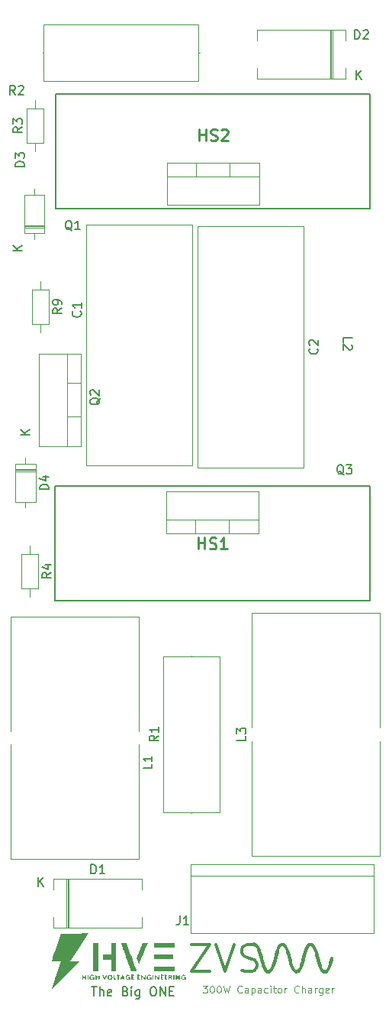
<source format=gto>
G04 #@! TF.GenerationSoftware,KiCad,Pcbnew,7.0.1*
G04 #@! TF.CreationDate,2023-06-08T18:27:25+10:00*
G04 #@! TF.ProjectId,ZVS,5a56532e-6b69-4636-9164-5f7063625858,rev?*
G04 #@! TF.SameCoordinates,Original*
G04 #@! TF.FileFunction,Legend,Top*
G04 #@! TF.FilePolarity,Positive*
%FSLAX46Y46*%
G04 Gerber Fmt 4.6, Leading zero omitted, Abs format (unit mm)*
G04 Created by KiCad (PCBNEW 7.0.1) date 2023-06-08 18:27:25*
%MOMM*%
%LPD*%
G01*
G04 APERTURE LIST*
%ADD10C,0.150000*%
%ADD11C,0.300000*%
%ADD12C,0.125000*%
%ADD13C,0.254000*%
%ADD14C,0.120000*%
%ADD15C,0.200000*%
%ADD16C,2.400000*%
%ADD17O,2.400000X2.400000*%
%ADD18R,1.600000X1.600000*%
%ADD19O,1.600000X1.600000*%
%ADD20C,3.840000*%
%ADD21C,1.400000*%
%ADD22O,1.400000X1.400000*%
%ADD23C,3.600000*%
%ADD24R,2.600000X2.600000*%
%ADD25O,2.600000X2.600000*%
%ADD26R,2.000000X1.905000*%
%ADD27O,2.000000X1.905000*%
%ADD28R,3.000000X3.000000*%
%ADD29C,3.000000*%
%ADD30C,5.000000*%
%ADD31R,1.905000X2.000000*%
%ADD32O,1.905000X2.000000*%
G04 APERTURE END LIST*
D10*
X129350952Y-170482619D02*
X129922380Y-170482619D01*
X129636666Y-171482619D02*
X129636666Y-170482619D01*
X130255714Y-171482619D02*
X130255714Y-170482619D01*
X130684285Y-171482619D02*
X130684285Y-170958809D01*
X130684285Y-170958809D02*
X130636666Y-170863571D01*
X130636666Y-170863571D02*
X130541428Y-170815952D01*
X130541428Y-170815952D02*
X130398571Y-170815952D01*
X130398571Y-170815952D02*
X130303333Y-170863571D01*
X130303333Y-170863571D02*
X130255714Y-170911190D01*
X131541428Y-171435000D02*
X131446190Y-171482619D01*
X131446190Y-171482619D02*
X131255714Y-171482619D01*
X131255714Y-171482619D02*
X131160476Y-171435000D01*
X131160476Y-171435000D02*
X131112857Y-171339761D01*
X131112857Y-171339761D02*
X131112857Y-170958809D01*
X131112857Y-170958809D02*
X131160476Y-170863571D01*
X131160476Y-170863571D02*
X131255714Y-170815952D01*
X131255714Y-170815952D02*
X131446190Y-170815952D01*
X131446190Y-170815952D02*
X131541428Y-170863571D01*
X131541428Y-170863571D02*
X131589047Y-170958809D01*
X131589047Y-170958809D02*
X131589047Y-171054047D01*
X131589047Y-171054047D02*
X131112857Y-171149285D01*
X133112857Y-170958809D02*
X133255714Y-171006428D01*
X133255714Y-171006428D02*
X133303333Y-171054047D01*
X133303333Y-171054047D02*
X133350952Y-171149285D01*
X133350952Y-171149285D02*
X133350952Y-171292142D01*
X133350952Y-171292142D02*
X133303333Y-171387380D01*
X133303333Y-171387380D02*
X133255714Y-171435000D01*
X133255714Y-171435000D02*
X133160476Y-171482619D01*
X133160476Y-171482619D02*
X132779524Y-171482619D01*
X132779524Y-171482619D02*
X132779524Y-170482619D01*
X132779524Y-170482619D02*
X133112857Y-170482619D01*
X133112857Y-170482619D02*
X133208095Y-170530238D01*
X133208095Y-170530238D02*
X133255714Y-170577857D01*
X133255714Y-170577857D02*
X133303333Y-170673095D01*
X133303333Y-170673095D02*
X133303333Y-170768333D01*
X133303333Y-170768333D02*
X133255714Y-170863571D01*
X133255714Y-170863571D02*
X133208095Y-170911190D01*
X133208095Y-170911190D02*
X133112857Y-170958809D01*
X133112857Y-170958809D02*
X132779524Y-170958809D01*
X133779524Y-171482619D02*
X133779524Y-170815952D01*
X133779524Y-170482619D02*
X133731905Y-170530238D01*
X133731905Y-170530238D02*
X133779524Y-170577857D01*
X133779524Y-170577857D02*
X133827143Y-170530238D01*
X133827143Y-170530238D02*
X133779524Y-170482619D01*
X133779524Y-170482619D02*
X133779524Y-170577857D01*
X134684285Y-170815952D02*
X134684285Y-171625476D01*
X134684285Y-171625476D02*
X134636666Y-171720714D01*
X134636666Y-171720714D02*
X134589047Y-171768333D01*
X134589047Y-171768333D02*
X134493809Y-171815952D01*
X134493809Y-171815952D02*
X134350952Y-171815952D01*
X134350952Y-171815952D02*
X134255714Y-171768333D01*
X134684285Y-171435000D02*
X134589047Y-171482619D01*
X134589047Y-171482619D02*
X134398571Y-171482619D01*
X134398571Y-171482619D02*
X134303333Y-171435000D01*
X134303333Y-171435000D02*
X134255714Y-171387380D01*
X134255714Y-171387380D02*
X134208095Y-171292142D01*
X134208095Y-171292142D02*
X134208095Y-171006428D01*
X134208095Y-171006428D02*
X134255714Y-170911190D01*
X134255714Y-170911190D02*
X134303333Y-170863571D01*
X134303333Y-170863571D02*
X134398571Y-170815952D01*
X134398571Y-170815952D02*
X134589047Y-170815952D01*
X134589047Y-170815952D02*
X134684285Y-170863571D01*
X136112857Y-170482619D02*
X136303333Y-170482619D01*
X136303333Y-170482619D02*
X136398571Y-170530238D01*
X136398571Y-170530238D02*
X136493809Y-170625476D01*
X136493809Y-170625476D02*
X136541428Y-170815952D01*
X136541428Y-170815952D02*
X136541428Y-171149285D01*
X136541428Y-171149285D02*
X136493809Y-171339761D01*
X136493809Y-171339761D02*
X136398571Y-171435000D01*
X136398571Y-171435000D02*
X136303333Y-171482619D01*
X136303333Y-171482619D02*
X136112857Y-171482619D01*
X136112857Y-171482619D02*
X136017619Y-171435000D01*
X136017619Y-171435000D02*
X135922381Y-171339761D01*
X135922381Y-171339761D02*
X135874762Y-171149285D01*
X135874762Y-171149285D02*
X135874762Y-170815952D01*
X135874762Y-170815952D02*
X135922381Y-170625476D01*
X135922381Y-170625476D02*
X136017619Y-170530238D01*
X136017619Y-170530238D02*
X136112857Y-170482619D01*
X136970000Y-171482619D02*
X136970000Y-170482619D01*
X136970000Y-170482619D02*
X137541428Y-171482619D01*
X137541428Y-171482619D02*
X137541428Y-170482619D01*
X138017619Y-170958809D02*
X138350952Y-170958809D01*
X138493809Y-171482619D02*
X138017619Y-171482619D01*
X138017619Y-171482619D02*
X138017619Y-170482619D01*
X138017619Y-170482619D02*
X138493809Y-170482619D01*
D11*
X140433714Y-165783857D02*
X142433714Y-165783857D01*
X142433714Y-165783857D02*
X140433714Y-168783857D01*
X140433714Y-168783857D02*
X142433714Y-168783857D01*
X143148000Y-165783857D02*
X144148000Y-168783857D01*
X144148000Y-168783857D02*
X145148000Y-165783857D01*
X146005143Y-168641000D02*
X146433715Y-168783857D01*
X146433715Y-168783857D02*
X147148000Y-168783857D01*
X147148000Y-168783857D02*
X147433715Y-168641000D01*
X147433715Y-168641000D02*
X147576572Y-168498142D01*
X147576572Y-168498142D02*
X147719429Y-168212428D01*
X147719429Y-168212428D02*
X147719429Y-167926714D01*
X147719429Y-167926714D02*
X147576572Y-167641000D01*
X147576572Y-167641000D02*
X147433715Y-167498142D01*
X147433715Y-167498142D02*
X147148000Y-167355285D01*
X147148000Y-167355285D02*
X146576572Y-167212428D01*
X146576572Y-167212428D02*
X146290857Y-167069571D01*
X146290857Y-167069571D02*
X146148000Y-166926714D01*
X146148000Y-166926714D02*
X146005143Y-166641000D01*
X146005143Y-166641000D02*
X146005143Y-166355285D01*
X146005143Y-166355285D02*
X146148000Y-166069571D01*
X146148000Y-166069571D02*
X146290857Y-165926714D01*
X146290857Y-165926714D02*
X146576572Y-165783857D01*
X146576572Y-165783857D02*
X147290857Y-165783857D01*
X147290857Y-165783857D02*
X147719429Y-165926714D01*
D12*
X141683807Y-170350095D02*
X142179045Y-170350095D01*
X142179045Y-170350095D02*
X141912379Y-170654857D01*
X141912379Y-170654857D02*
X142026664Y-170654857D01*
X142026664Y-170654857D02*
X142102855Y-170692952D01*
X142102855Y-170692952D02*
X142140950Y-170731047D01*
X142140950Y-170731047D02*
X142179045Y-170807238D01*
X142179045Y-170807238D02*
X142179045Y-170997714D01*
X142179045Y-170997714D02*
X142140950Y-171073904D01*
X142140950Y-171073904D02*
X142102855Y-171112000D01*
X142102855Y-171112000D02*
X142026664Y-171150095D01*
X142026664Y-171150095D02*
X141798093Y-171150095D01*
X141798093Y-171150095D02*
X141721902Y-171112000D01*
X141721902Y-171112000D02*
X141683807Y-171073904D01*
X142674284Y-170350095D02*
X142750474Y-170350095D01*
X142750474Y-170350095D02*
X142826665Y-170388190D01*
X142826665Y-170388190D02*
X142864760Y-170426285D01*
X142864760Y-170426285D02*
X142902855Y-170502476D01*
X142902855Y-170502476D02*
X142940950Y-170654857D01*
X142940950Y-170654857D02*
X142940950Y-170845333D01*
X142940950Y-170845333D02*
X142902855Y-170997714D01*
X142902855Y-170997714D02*
X142864760Y-171073904D01*
X142864760Y-171073904D02*
X142826665Y-171112000D01*
X142826665Y-171112000D02*
X142750474Y-171150095D01*
X142750474Y-171150095D02*
X142674284Y-171150095D01*
X142674284Y-171150095D02*
X142598093Y-171112000D01*
X142598093Y-171112000D02*
X142559998Y-171073904D01*
X142559998Y-171073904D02*
X142521903Y-170997714D01*
X142521903Y-170997714D02*
X142483807Y-170845333D01*
X142483807Y-170845333D02*
X142483807Y-170654857D01*
X142483807Y-170654857D02*
X142521903Y-170502476D01*
X142521903Y-170502476D02*
X142559998Y-170426285D01*
X142559998Y-170426285D02*
X142598093Y-170388190D01*
X142598093Y-170388190D02*
X142674284Y-170350095D01*
X143436189Y-170350095D02*
X143512379Y-170350095D01*
X143512379Y-170350095D02*
X143588570Y-170388190D01*
X143588570Y-170388190D02*
X143626665Y-170426285D01*
X143626665Y-170426285D02*
X143664760Y-170502476D01*
X143664760Y-170502476D02*
X143702855Y-170654857D01*
X143702855Y-170654857D02*
X143702855Y-170845333D01*
X143702855Y-170845333D02*
X143664760Y-170997714D01*
X143664760Y-170997714D02*
X143626665Y-171073904D01*
X143626665Y-171073904D02*
X143588570Y-171112000D01*
X143588570Y-171112000D02*
X143512379Y-171150095D01*
X143512379Y-171150095D02*
X143436189Y-171150095D01*
X143436189Y-171150095D02*
X143359998Y-171112000D01*
X143359998Y-171112000D02*
X143321903Y-171073904D01*
X143321903Y-171073904D02*
X143283808Y-170997714D01*
X143283808Y-170997714D02*
X143245712Y-170845333D01*
X143245712Y-170845333D02*
X143245712Y-170654857D01*
X143245712Y-170654857D02*
X143283808Y-170502476D01*
X143283808Y-170502476D02*
X143321903Y-170426285D01*
X143321903Y-170426285D02*
X143359998Y-170388190D01*
X143359998Y-170388190D02*
X143436189Y-170350095D01*
X143969522Y-170350095D02*
X144159998Y-171150095D01*
X144159998Y-171150095D02*
X144312379Y-170578666D01*
X144312379Y-170578666D02*
X144464760Y-171150095D01*
X144464760Y-171150095D02*
X144655237Y-170350095D01*
X146026666Y-171073904D02*
X145988570Y-171112000D01*
X145988570Y-171112000D02*
X145874285Y-171150095D01*
X145874285Y-171150095D02*
X145798094Y-171150095D01*
X145798094Y-171150095D02*
X145683808Y-171112000D01*
X145683808Y-171112000D02*
X145607618Y-171035809D01*
X145607618Y-171035809D02*
X145569523Y-170959619D01*
X145569523Y-170959619D02*
X145531427Y-170807238D01*
X145531427Y-170807238D02*
X145531427Y-170692952D01*
X145531427Y-170692952D02*
X145569523Y-170540571D01*
X145569523Y-170540571D02*
X145607618Y-170464380D01*
X145607618Y-170464380D02*
X145683808Y-170388190D01*
X145683808Y-170388190D02*
X145798094Y-170350095D01*
X145798094Y-170350095D02*
X145874285Y-170350095D01*
X145874285Y-170350095D02*
X145988570Y-170388190D01*
X145988570Y-170388190D02*
X146026666Y-170426285D01*
X146712380Y-171150095D02*
X146712380Y-170731047D01*
X146712380Y-170731047D02*
X146674285Y-170654857D01*
X146674285Y-170654857D02*
X146598094Y-170616761D01*
X146598094Y-170616761D02*
X146445713Y-170616761D01*
X146445713Y-170616761D02*
X146369523Y-170654857D01*
X146712380Y-171112000D02*
X146636189Y-171150095D01*
X146636189Y-171150095D02*
X146445713Y-171150095D01*
X146445713Y-171150095D02*
X146369523Y-171112000D01*
X146369523Y-171112000D02*
X146331427Y-171035809D01*
X146331427Y-171035809D02*
X146331427Y-170959619D01*
X146331427Y-170959619D02*
X146369523Y-170883428D01*
X146369523Y-170883428D02*
X146445713Y-170845333D01*
X146445713Y-170845333D02*
X146636189Y-170845333D01*
X146636189Y-170845333D02*
X146712380Y-170807238D01*
X147093333Y-170616761D02*
X147093333Y-171416761D01*
X147093333Y-170654857D02*
X147169523Y-170616761D01*
X147169523Y-170616761D02*
X147321904Y-170616761D01*
X147321904Y-170616761D02*
X147398095Y-170654857D01*
X147398095Y-170654857D02*
X147436190Y-170692952D01*
X147436190Y-170692952D02*
X147474285Y-170769142D01*
X147474285Y-170769142D02*
X147474285Y-170997714D01*
X147474285Y-170997714D02*
X147436190Y-171073904D01*
X147436190Y-171073904D02*
X147398095Y-171112000D01*
X147398095Y-171112000D02*
X147321904Y-171150095D01*
X147321904Y-171150095D02*
X147169523Y-171150095D01*
X147169523Y-171150095D02*
X147093333Y-171112000D01*
X148160000Y-171150095D02*
X148160000Y-170731047D01*
X148160000Y-170731047D02*
X148121905Y-170654857D01*
X148121905Y-170654857D02*
X148045714Y-170616761D01*
X148045714Y-170616761D02*
X147893333Y-170616761D01*
X147893333Y-170616761D02*
X147817143Y-170654857D01*
X148160000Y-171112000D02*
X148083809Y-171150095D01*
X148083809Y-171150095D02*
X147893333Y-171150095D01*
X147893333Y-171150095D02*
X147817143Y-171112000D01*
X147817143Y-171112000D02*
X147779047Y-171035809D01*
X147779047Y-171035809D02*
X147779047Y-170959619D01*
X147779047Y-170959619D02*
X147817143Y-170883428D01*
X147817143Y-170883428D02*
X147893333Y-170845333D01*
X147893333Y-170845333D02*
X148083809Y-170845333D01*
X148083809Y-170845333D02*
X148160000Y-170807238D01*
X148883810Y-171112000D02*
X148807619Y-171150095D01*
X148807619Y-171150095D02*
X148655238Y-171150095D01*
X148655238Y-171150095D02*
X148579048Y-171112000D01*
X148579048Y-171112000D02*
X148540953Y-171073904D01*
X148540953Y-171073904D02*
X148502857Y-170997714D01*
X148502857Y-170997714D02*
X148502857Y-170769142D01*
X148502857Y-170769142D02*
X148540953Y-170692952D01*
X148540953Y-170692952D02*
X148579048Y-170654857D01*
X148579048Y-170654857D02*
X148655238Y-170616761D01*
X148655238Y-170616761D02*
X148807619Y-170616761D01*
X148807619Y-170616761D02*
X148883810Y-170654857D01*
X149226667Y-171150095D02*
X149226667Y-170616761D01*
X149226667Y-170350095D02*
X149188571Y-170388190D01*
X149188571Y-170388190D02*
X149226667Y-170426285D01*
X149226667Y-170426285D02*
X149264762Y-170388190D01*
X149264762Y-170388190D02*
X149226667Y-170350095D01*
X149226667Y-170350095D02*
X149226667Y-170426285D01*
X149493333Y-170616761D02*
X149798095Y-170616761D01*
X149607619Y-170350095D02*
X149607619Y-171035809D01*
X149607619Y-171035809D02*
X149645714Y-171112000D01*
X149645714Y-171112000D02*
X149721904Y-171150095D01*
X149721904Y-171150095D02*
X149798095Y-171150095D01*
X150179047Y-171150095D02*
X150102857Y-171112000D01*
X150102857Y-171112000D02*
X150064762Y-171073904D01*
X150064762Y-171073904D02*
X150026666Y-170997714D01*
X150026666Y-170997714D02*
X150026666Y-170769142D01*
X150026666Y-170769142D02*
X150064762Y-170692952D01*
X150064762Y-170692952D02*
X150102857Y-170654857D01*
X150102857Y-170654857D02*
X150179047Y-170616761D01*
X150179047Y-170616761D02*
X150293333Y-170616761D01*
X150293333Y-170616761D02*
X150369524Y-170654857D01*
X150369524Y-170654857D02*
X150407619Y-170692952D01*
X150407619Y-170692952D02*
X150445714Y-170769142D01*
X150445714Y-170769142D02*
X150445714Y-170997714D01*
X150445714Y-170997714D02*
X150407619Y-171073904D01*
X150407619Y-171073904D02*
X150369524Y-171112000D01*
X150369524Y-171112000D02*
X150293333Y-171150095D01*
X150293333Y-171150095D02*
X150179047Y-171150095D01*
X150788572Y-171150095D02*
X150788572Y-170616761D01*
X150788572Y-170769142D02*
X150826667Y-170692952D01*
X150826667Y-170692952D02*
X150864762Y-170654857D01*
X150864762Y-170654857D02*
X150940953Y-170616761D01*
X150940953Y-170616761D02*
X151017143Y-170616761D01*
X152350477Y-171073904D02*
X152312381Y-171112000D01*
X152312381Y-171112000D02*
X152198096Y-171150095D01*
X152198096Y-171150095D02*
X152121905Y-171150095D01*
X152121905Y-171150095D02*
X152007619Y-171112000D01*
X152007619Y-171112000D02*
X151931429Y-171035809D01*
X151931429Y-171035809D02*
X151893334Y-170959619D01*
X151893334Y-170959619D02*
X151855238Y-170807238D01*
X151855238Y-170807238D02*
X151855238Y-170692952D01*
X151855238Y-170692952D02*
X151893334Y-170540571D01*
X151893334Y-170540571D02*
X151931429Y-170464380D01*
X151931429Y-170464380D02*
X152007619Y-170388190D01*
X152007619Y-170388190D02*
X152121905Y-170350095D01*
X152121905Y-170350095D02*
X152198096Y-170350095D01*
X152198096Y-170350095D02*
X152312381Y-170388190D01*
X152312381Y-170388190D02*
X152350477Y-170426285D01*
X152693334Y-171150095D02*
X152693334Y-170350095D01*
X153036191Y-171150095D02*
X153036191Y-170731047D01*
X153036191Y-170731047D02*
X152998096Y-170654857D01*
X152998096Y-170654857D02*
X152921905Y-170616761D01*
X152921905Y-170616761D02*
X152807619Y-170616761D01*
X152807619Y-170616761D02*
X152731429Y-170654857D01*
X152731429Y-170654857D02*
X152693334Y-170692952D01*
X153760001Y-171150095D02*
X153760001Y-170731047D01*
X153760001Y-170731047D02*
X153721906Y-170654857D01*
X153721906Y-170654857D02*
X153645715Y-170616761D01*
X153645715Y-170616761D02*
X153493334Y-170616761D01*
X153493334Y-170616761D02*
X153417144Y-170654857D01*
X153760001Y-171112000D02*
X153683810Y-171150095D01*
X153683810Y-171150095D02*
X153493334Y-171150095D01*
X153493334Y-171150095D02*
X153417144Y-171112000D01*
X153417144Y-171112000D02*
X153379048Y-171035809D01*
X153379048Y-171035809D02*
X153379048Y-170959619D01*
X153379048Y-170959619D02*
X153417144Y-170883428D01*
X153417144Y-170883428D02*
X153493334Y-170845333D01*
X153493334Y-170845333D02*
X153683810Y-170845333D01*
X153683810Y-170845333D02*
X153760001Y-170807238D01*
X154140954Y-171150095D02*
X154140954Y-170616761D01*
X154140954Y-170769142D02*
X154179049Y-170692952D01*
X154179049Y-170692952D02*
X154217144Y-170654857D01*
X154217144Y-170654857D02*
X154293335Y-170616761D01*
X154293335Y-170616761D02*
X154369525Y-170616761D01*
X154979049Y-170616761D02*
X154979049Y-171264380D01*
X154979049Y-171264380D02*
X154940954Y-171340571D01*
X154940954Y-171340571D02*
X154902858Y-171378666D01*
X154902858Y-171378666D02*
X154826668Y-171416761D01*
X154826668Y-171416761D02*
X154712382Y-171416761D01*
X154712382Y-171416761D02*
X154636192Y-171378666D01*
X154979049Y-171112000D02*
X154902858Y-171150095D01*
X154902858Y-171150095D02*
X154750477Y-171150095D01*
X154750477Y-171150095D02*
X154674287Y-171112000D01*
X154674287Y-171112000D02*
X154636192Y-171073904D01*
X154636192Y-171073904D02*
X154598096Y-170997714D01*
X154598096Y-170997714D02*
X154598096Y-170769142D01*
X154598096Y-170769142D02*
X154636192Y-170692952D01*
X154636192Y-170692952D02*
X154674287Y-170654857D01*
X154674287Y-170654857D02*
X154750477Y-170616761D01*
X154750477Y-170616761D02*
X154902858Y-170616761D01*
X154902858Y-170616761D02*
X154979049Y-170654857D01*
X155664764Y-171112000D02*
X155588573Y-171150095D01*
X155588573Y-171150095D02*
X155436192Y-171150095D01*
X155436192Y-171150095D02*
X155360002Y-171112000D01*
X155360002Y-171112000D02*
X155321906Y-171035809D01*
X155321906Y-171035809D02*
X155321906Y-170731047D01*
X155321906Y-170731047D02*
X155360002Y-170654857D01*
X155360002Y-170654857D02*
X155436192Y-170616761D01*
X155436192Y-170616761D02*
X155588573Y-170616761D01*
X155588573Y-170616761D02*
X155664764Y-170654857D01*
X155664764Y-170654857D02*
X155702859Y-170731047D01*
X155702859Y-170731047D02*
X155702859Y-170807238D01*
X155702859Y-170807238D02*
X155321906Y-170883428D01*
X156045716Y-171150095D02*
X156045716Y-170616761D01*
X156045716Y-170769142D02*
X156083811Y-170692952D01*
X156083811Y-170692952D02*
X156121906Y-170654857D01*
X156121906Y-170654857D02*
X156198097Y-170616761D01*
X156198097Y-170616761D02*
X156274287Y-170616761D01*
D10*
X120863333Y-71632619D02*
X120530000Y-71156428D01*
X120291905Y-71632619D02*
X120291905Y-70632619D01*
X120291905Y-70632619D02*
X120672857Y-70632619D01*
X120672857Y-70632619D02*
X120768095Y-70680238D01*
X120768095Y-70680238D02*
X120815714Y-70727857D01*
X120815714Y-70727857D02*
X120863333Y-70823095D01*
X120863333Y-70823095D02*
X120863333Y-70965952D01*
X120863333Y-70965952D02*
X120815714Y-71061190D01*
X120815714Y-71061190D02*
X120768095Y-71108809D01*
X120768095Y-71108809D02*
X120672857Y-71156428D01*
X120672857Y-71156428D02*
X120291905Y-71156428D01*
X121244286Y-70727857D02*
X121291905Y-70680238D01*
X121291905Y-70680238D02*
X121387143Y-70632619D01*
X121387143Y-70632619D02*
X121625238Y-70632619D01*
X121625238Y-70632619D02*
X121720476Y-70680238D01*
X121720476Y-70680238D02*
X121768095Y-70727857D01*
X121768095Y-70727857D02*
X121815714Y-70823095D01*
X121815714Y-70823095D02*
X121815714Y-70918333D01*
X121815714Y-70918333D02*
X121768095Y-71061190D01*
X121768095Y-71061190D02*
X121196667Y-71632619D01*
X121196667Y-71632619D02*
X121815714Y-71632619D01*
X124592619Y-115368094D02*
X123592619Y-115368094D01*
X123592619Y-115368094D02*
X123592619Y-115129999D01*
X123592619Y-115129999D02*
X123640238Y-114987142D01*
X123640238Y-114987142D02*
X123735476Y-114891904D01*
X123735476Y-114891904D02*
X123830714Y-114844285D01*
X123830714Y-114844285D02*
X124021190Y-114796666D01*
X124021190Y-114796666D02*
X124164047Y-114796666D01*
X124164047Y-114796666D02*
X124354523Y-114844285D01*
X124354523Y-114844285D02*
X124449761Y-114891904D01*
X124449761Y-114891904D02*
X124545000Y-114987142D01*
X124545000Y-114987142D02*
X124592619Y-115129999D01*
X124592619Y-115129999D02*
X124592619Y-115368094D01*
X123925952Y-113939523D02*
X124592619Y-113939523D01*
X123545000Y-114177618D02*
X124259285Y-114415713D01*
X124259285Y-114415713D02*
X124259285Y-113796666D01*
X122452619Y-109301904D02*
X121452619Y-109301904D01*
X122452619Y-108730476D02*
X121881190Y-109159047D01*
X121452619Y-108730476D02*
X122024047Y-109301904D01*
D13*
X141287618Y-76717526D02*
X141287618Y-75447526D01*
X141287618Y-76052288D02*
X142013333Y-76052288D01*
X142013333Y-76717526D02*
X142013333Y-75447526D01*
X142557618Y-76657050D02*
X142739047Y-76717526D01*
X142739047Y-76717526D02*
X143041428Y-76717526D01*
X143041428Y-76717526D02*
X143162380Y-76657050D01*
X143162380Y-76657050D02*
X143222856Y-76596573D01*
X143222856Y-76596573D02*
X143283333Y-76475621D01*
X143283333Y-76475621D02*
X143283333Y-76354669D01*
X143283333Y-76354669D02*
X143222856Y-76233716D01*
X143222856Y-76233716D02*
X143162380Y-76173240D01*
X143162380Y-76173240D02*
X143041428Y-76112764D01*
X143041428Y-76112764D02*
X142799523Y-76052288D01*
X142799523Y-76052288D02*
X142678571Y-75991811D01*
X142678571Y-75991811D02*
X142618094Y-75931335D01*
X142618094Y-75931335D02*
X142557618Y-75810383D01*
X142557618Y-75810383D02*
X142557618Y-75689430D01*
X142557618Y-75689430D02*
X142618094Y-75568478D01*
X142618094Y-75568478D02*
X142678571Y-75508002D01*
X142678571Y-75508002D02*
X142799523Y-75447526D01*
X142799523Y-75447526D02*
X143101904Y-75447526D01*
X143101904Y-75447526D02*
X143283333Y-75508002D01*
X143767142Y-75568478D02*
X143827618Y-75508002D01*
X143827618Y-75508002D02*
X143948571Y-75447526D01*
X143948571Y-75447526D02*
X144250952Y-75447526D01*
X144250952Y-75447526D02*
X144371904Y-75508002D01*
X144371904Y-75508002D02*
X144432380Y-75568478D01*
X144432380Y-75568478D02*
X144492857Y-75689430D01*
X144492857Y-75689430D02*
X144492857Y-75810383D01*
X144492857Y-75810383D02*
X144432380Y-75991811D01*
X144432380Y-75991811D02*
X143706666Y-76717526D01*
X143706666Y-76717526D02*
X144492857Y-76717526D01*
D10*
X121652619Y-75226666D02*
X121176428Y-75559999D01*
X121652619Y-75798094D02*
X120652619Y-75798094D01*
X120652619Y-75798094D02*
X120652619Y-75417142D01*
X120652619Y-75417142D02*
X120700238Y-75321904D01*
X120700238Y-75321904D02*
X120747857Y-75274285D01*
X120747857Y-75274285D02*
X120843095Y-75226666D01*
X120843095Y-75226666D02*
X120985952Y-75226666D01*
X120985952Y-75226666D02*
X121081190Y-75274285D01*
X121081190Y-75274285D02*
X121128809Y-75321904D01*
X121128809Y-75321904D02*
X121176428Y-75417142D01*
X121176428Y-75417142D02*
X121176428Y-75798094D01*
X120652619Y-74893332D02*
X120652619Y-74274285D01*
X120652619Y-74274285D02*
X121033571Y-74607618D01*
X121033571Y-74607618D02*
X121033571Y-74464761D01*
X121033571Y-74464761D02*
X121081190Y-74369523D01*
X121081190Y-74369523D02*
X121128809Y-74321904D01*
X121128809Y-74321904D02*
X121224047Y-74274285D01*
X121224047Y-74274285D02*
X121462142Y-74274285D01*
X121462142Y-74274285D02*
X121557380Y-74321904D01*
X121557380Y-74321904D02*
X121605000Y-74369523D01*
X121605000Y-74369523D02*
X121652619Y-74464761D01*
X121652619Y-74464761D02*
X121652619Y-74750475D01*
X121652619Y-74750475D02*
X121605000Y-74845713D01*
X121605000Y-74845713D02*
X121557380Y-74893332D01*
X121892619Y-79578094D02*
X120892619Y-79578094D01*
X120892619Y-79578094D02*
X120892619Y-79339999D01*
X120892619Y-79339999D02*
X120940238Y-79197142D01*
X120940238Y-79197142D02*
X121035476Y-79101904D01*
X121035476Y-79101904D02*
X121130714Y-79054285D01*
X121130714Y-79054285D02*
X121321190Y-79006666D01*
X121321190Y-79006666D02*
X121464047Y-79006666D01*
X121464047Y-79006666D02*
X121654523Y-79054285D01*
X121654523Y-79054285D02*
X121749761Y-79101904D01*
X121749761Y-79101904D02*
X121845000Y-79197142D01*
X121845000Y-79197142D02*
X121892619Y-79339999D01*
X121892619Y-79339999D02*
X121892619Y-79578094D01*
X120892619Y-78673332D02*
X120892619Y-78054285D01*
X120892619Y-78054285D02*
X121273571Y-78387618D01*
X121273571Y-78387618D02*
X121273571Y-78244761D01*
X121273571Y-78244761D02*
X121321190Y-78149523D01*
X121321190Y-78149523D02*
X121368809Y-78101904D01*
X121368809Y-78101904D02*
X121464047Y-78054285D01*
X121464047Y-78054285D02*
X121702142Y-78054285D01*
X121702142Y-78054285D02*
X121797380Y-78101904D01*
X121797380Y-78101904D02*
X121845000Y-78149523D01*
X121845000Y-78149523D02*
X121892619Y-78244761D01*
X121892619Y-78244761D02*
X121892619Y-78530475D01*
X121892619Y-78530475D02*
X121845000Y-78625713D01*
X121845000Y-78625713D02*
X121797380Y-78673332D01*
X121662619Y-88901904D02*
X120662619Y-88901904D01*
X121662619Y-88330476D02*
X121091190Y-88759047D01*
X120662619Y-88330476D02*
X121234047Y-88901904D01*
X128117380Y-95626666D02*
X128165000Y-95674285D01*
X128165000Y-95674285D02*
X128212619Y-95817142D01*
X128212619Y-95817142D02*
X128212619Y-95912380D01*
X128212619Y-95912380D02*
X128165000Y-96055237D01*
X128165000Y-96055237D02*
X128069761Y-96150475D01*
X128069761Y-96150475D02*
X127974523Y-96198094D01*
X127974523Y-96198094D02*
X127784047Y-96245713D01*
X127784047Y-96245713D02*
X127641190Y-96245713D01*
X127641190Y-96245713D02*
X127450714Y-96198094D01*
X127450714Y-96198094D02*
X127355476Y-96150475D01*
X127355476Y-96150475D02*
X127260238Y-96055237D01*
X127260238Y-96055237D02*
X127212619Y-95912380D01*
X127212619Y-95912380D02*
X127212619Y-95817142D01*
X127212619Y-95817142D02*
X127260238Y-95674285D01*
X127260238Y-95674285D02*
X127307857Y-95626666D01*
X128212619Y-94674285D02*
X128212619Y-95245713D01*
X128212619Y-94959999D02*
X127212619Y-94959999D01*
X127212619Y-94959999D02*
X127355476Y-95055237D01*
X127355476Y-95055237D02*
X127450714Y-95150475D01*
X127450714Y-95150475D02*
X127498333Y-95245713D01*
X154377380Y-99756666D02*
X154425000Y-99804285D01*
X154425000Y-99804285D02*
X154472619Y-99947142D01*
X154472619Y-99947142D02*
X154472619Y-100042380D01*
X154472619Y-100042380D02*
X154425000Y-100185237D01*
X154425000Y-100185237D02*
X154329761Y-100280475D01*
X154329761Y-100280475D02*
X154234523Y-100328094D01*
X154234523Y-100328094D02*
X154044047Y-100375713D01*
X154044047Y-100375713D02*
X153901190Y-100375713D01*
X153901190Y-100375713D02*
X153710714Y-100328094D01*
X153710714Y-100328094D02*
X153615476Y-100280475D01*
X153615476Y-100280475D02*
X153520238Y-100185237D01*
X153520238Y-100185237D02*
X153472619Y-100042380D01*
X153472619Y-100042380D02*
X153472619Y-99947142D01*
X153472619Y-99947142D02*
X153520238Y-99804285D01*
X153520238Y-99804285D02*
X153567857Y-99756666D01*
X153567857Y-99375713D02*
X153520238Y-99328094D01*
X153520238Y-99328094D02*
X153472619Y-99232856D01*
X153472619Y-99232856D02*
X153472619Y-98994761D01*
X153472619Y-98994761D02*
X153520238Y-98899523D01*
X153520238Y-98899523D02*
X153567857Y-98851904D01*
X153567857Y-98851904D02*
X153663095Y-98804285D01*
X153663095Y-98804285D02*
X153758333Y-98804285D01*
X153758333Y-98804285D02*
X153901190Y-98851904D01*
X153901190Y-98851904D02*
X154472619Y-99423332D01*
X154472619Y-99423332D02*
X154472619Y-98804285D01*
X124862619Y-124596666D02*
X124386428Y-124929999D01*
X124862619Y-125168094D02*
X123862619Y-125168094D01*
X123862619Y-125168094D02*
X123862619Y-124787142D01*
X123862619Y-124787142D02*
X123910238Y-124691904D01*
X123910238Y-124691904D02*
X123957857Y-124644285D01*
X123957857Y-124644285D02*
X124053095Y-124596666D01*
X124053095Y-124596666D02*
X124195952Y-124596666D01*
X124195952Y-124596666D02*
X124291190Y-124644285D01*
X124291190Y-124644285D02*
X124338809Y-124691904D01*
X124338809Y-124691904D02*
X124386428Y-124787142D01*
X124386428Y-124787142D02*
X124386428Y-125168094D01*
X124195952Y-123739523D02*
X124862619Y-123739523D01*
X123815000Y-123977618D02*
X124529285Y-124215713D01*
X124529285Y-124215713D02*
X124529285Y-123596666D01*
X126032619Y-95296666D02*
X125556428Y-95629999D01*
X126032619Y-95868094D02*
X125032619Y-95868094D01*
X125032619Y-95868094D02*
X125032619Y-95487142D01*
X125032619Y-95487142D02*
X125080238Y-95391904D01*
X125080238Y-95391904D02*
X125127857Y-95344285D01*
X125127857Y-95344285D02*
X125223095Y-95296666D01*
X125223095Y-95296666D02*
X125365952Y-95296666D01*
X125365952Y-95296666D02*
X125461190Y-95344285D01*
X125461190Y-95344285D02*
X125508809Y-95391904D01*
X125508809Y-95391904D02*
X125556428Y-95487142D01*
X125556428Y-95487142D02*
X125556428Y-95868094D01*
X126032619Y-94820475D02*
X126032619Y-94629999D01*
X126032619Y-94629999D02*
X125985000Y-94534761D01*
X125985000Y-94534761D02*
X125937380Y-94487142D01*
X125937380Y-94487142D02*
X125794523Y-94391904D01*
X125794523Y-94391904D02*
X125604047Y-94344285D01*
X125604047Y-94344285D02*
X125223095Y-94344285D01*
X125223095Y-94344285D02*
X125127857Y-94391904D01*
X125127857Y-94391904D02*
X125080238Y-94439523D01*
X125080238Y-94439523D02*
X125032619Y-94534761D01*
X125032619Y-94534761D02*
X125032619Y-94725237D01*
X125032619Y-94725237D02*
X125080238Y-94820475D01*
X125080238Y-94820475D02*
X125127857Y-94868094D01*
X125127857Y-94868094D02*
X125223095Y-94915713D01*
X125223095Y-94915713D02*
X125461190Y-94915713D01*
X125461190Y-94915713D02*
X125556428Y-94868094D01*
X125556428Y-94868094D02*
X125604047Y-94820475D01*
X125604047Y-94820475D02*
X125651666Y-94725237D01*
X125651666Y-94725237D02*
X125651666Y-94534761D01*
X125651666Y-94534761D02*
X125604047Y-94439523D01*
X125604047Y-94439523D02*
X125556428Y-94391904D01*
X125556428Y-94391904D02*
X125461190Y-94344285D01*
X136062619Y-145786666D02*
X136062619Y-146262856D01*
X136062619Y-146262856D02*
X135062619Y-146262856D01*
X136062619Y-144929523D02*
X136062619Y-145500951D01*
X136062619Y-145215237D02*
X135062619Y-145215237D01*
X135062619Y-145215237D02*
X135205476Y-145310475D01*
X135205476Y-145310475D02*
X135300714Y-145405713D01*
X135300714Y-145405713D02*
X135348333Y-145500951D01*
X158551905Y-65472619D02*
X158551905Y-64472619D01*
X158551905Y-64472619D02*
X158790000Y-64472619D01*
X158790000Y-64472619D02*
X158932857Y-64520238D01*
X158932857Y-64520238D02*
X159028095Y-64615476D01*
X159028095Y-64615476D02*
X159075714Y-64710714D01*
X159075714Y-64710714D02*
X159123333Y-64901190D01*
X159123333Y-64901190D02*
X159123333Y-65044047D01*
X159123333Y-65044047D02*
X159075714Y-65234523D01*
X159075714Y-65234523D02*
X159028095Y-65329761D01*
X159028095Y-65329761D02*
X158932857Y-65425000D01*
X158932857Y-65425000D02*
X158790000Y-65472619D01*
X158790000Y-65472619D02*
X158551905Y-65472619D01*
X159504286Y-64567857D02*
X159551905Y-64520238D01*
X159551905Y-64520238D02*
X159647143Y-64472619D01*
X159647143Y-64472619D02*
X159885238Y-64472619D01*
X159885238Y-64472619D02*
X159980476Y-64520238D01*
X159980476Y-64520238D02*
X160028095Y-64567857D01*
X160028095Y-64567857D02*
X160075714Y-64663095D01*
X160075714Y-64663095D02*
X160075714Y-64758333D01*
X160075714Y-64758333D02*
X160028095Y-64901190D01*
X160028095Y-64901190D02*
X159456667Y-65472619D01*
X159456667Y-65472619D02*
X160075714Y-65472619D01*
X158718095Y-69922619D02*
X158718095Y-68922619D01*
X159289523Y-69922619D02*
X158860952Y-69351190D01*
X159289523Y-68922619D02*
X158718095Y-69494047D01*
X129291905Y-157937619D02*
X129291905Y-156937619D01*
X129291905Y-156937619D02*
X129530000Y-156937619D01*
X129530000Y-156937619D02*
X129672857Y-156985238D01*
X129672857Y-156985238D02*
X129768095Y-157080476D01*
X129768095Y-157080476D02*
X129815714Y-157175714D01*
X129815714Y-157175714D02*
X129863333Y-157366190D01*
X129863333Y-157366190D02*
X129863333Y-157509047D01*
X129863333Y-157509047D02*
X129815714Y-157699523D01*
X129815714Y-157699523D02*
X129768095Y-157794761D01*
X129768095Y-157794761D02*
X129672857Y-157890000D01*
X129672857Y-157890000D02*
X129530000Y-157937619D01*
X129530000Y-157937619D02*
X129291905Y-157937619D01*
X130815714Y-157937619D02*
X130244286Y-157937619D01*
X130530000Y-157937619D02*
X130530000Y-156937619D01*
X130530000Y-156937619D02*
X130434762Y-157080476D01*
X130434762Y-157080476D02*
X130339524Y-157175714D01*
X130339524Y-157175714D02*
X130244286Y-157223333D01*
X123418095Y-159362619D02*
X123418095Y-158362619D01*
X123989523Y-159362619D02*
X123560952Y-158791190D01*
X123989523Y-158362619D02*
X123418095Y-158934047D01*
X130287857Y-105245238D02*
X130240238Y-105340476D01*
X130240238Y-105340476D02*
X130145000Y-105435714D01*
X130145000Y-105435714D02*
X130002142Y-105578571D01*
X130002142Y-105578571D02*
X129954523Y-105673809D01*
X129954523Y-105673809D02*
X129954523Y-105769047D01*
X130192619Y-105721428D02*
X130145000Y-105816666D01*
X130145000Y-105816666D02*
X130049761Y-105911904D01*
X130049761Y-105911904D02*
X129859285Y-105959523D01*
X129859285Y-105959523D02*
X129525952Y-105959523D01*
X129525952Y-105959523D02*
X129335476Y-105911904D01*
X129335476Y-105911904D02*
X129240238Y-105816666D01*
X129240238Y-105816666D02*
X129192619Y-105721428D01*
X129192619Y-105721428D02*
X129192619Y-105530952D01*
X129192619Y-105530952D02*
X129240238Y-105435714D01*
X129240238Y-105435714D02*
X129335476Y-105340476D01*
X129335476Y-105340476D02*
X129525952Y-105292857D01*
X129525952Y-105292857D02*
X129859285Y-105292857D01*
X129859285Y-105292857D02*
X130049761Y-105340476D01*
X130049761Y-105340476D02*
X130145000Y-105435714D01*
X130145000Y-105435714D02*
X130192619Y-105530952D01*
X130192619Y-105530952D02*
X130192619Y-105721428D01*
X129287857Y-104911904D02*
X129240238Y-104864285D01*
X129240238Y-104864285D02*
X129192619Y-104769047D01*
X129192619Y-104769047D02*
X129192619Y-104530952D01*
X129192619Y-104530952D02*
X129240238Y-104435714D01*
X129240238Y-104435714D02*
X129287857Y-104388095D01*
X129287857Y-104388095D02*
X129383095Y-104340476D01*
X129383095Y-104340476D02*
X129478333Y-104340476D01*
X129478333Y-104340476D02*
X129621190Y-104388095D01*
X129621190Y-104388095D02*
X130192619Y-104959523D01*
X130192619Y-104959523D02*
X130192619Y-104340476D01*
X139136666Y-162612619D02*
X139136666Y-163326904D01*
X139136666Y-163326904D02*
X139089047Y-163469761D01*
X139089047Y-163469761D02*
X138993809Y-163565000D01*
X138993809Y-163565000D02*
X138850952Y-163612619D01*
X138850952Y-163612619D02*
X138755714Y-163612619D01*
X140136666Y-163612619D02*
X139565238Y-163612619D01*
X139850952Y-163612619D02*
X139850952Y-162612619D01*
X139850952Y-162612619D02*
X139755714Y-162755476D01*
X139755714Y-162755476D02*
X139660476Y-162850714D01*
X139660476Y-162850714D02*
X139565238Y-162898333D01*
X146457619Y-142666666D02*
X146457619Y-143142856D01*
X146457619Y-143142856D02*
X145457619Y-143142856D01*
X145457619Y-142428570D02*
X145457619Y-141809523D01*
X145457619Y-141809523D02*
X145838571Y-142142856D01*
X145838571Y-142142856D02*
X145838571Y-141999999D01*
X145838571Y-141999999D02*
X145886190Y-141904761D01*
X145886190Y-141904761D02*
X145933809Y-141857142D01*
X145933809Y-141857142D02*
X146029047Y-141809523D01*
X146029047Y-141809523D02*
X146267142Y-141809523D01*
X146267142Y-141809523D02*
X146362380Y-141857142D01*
X146362380Y-141857142D02*
X146410000Y-141904761D01*
X146410000Y-141904761D02*
X146457619Y-141999999D01*
X146457619Y-141999999D02*
X146457619Y-142285713D01*
X146457619Y-142285713D02*
X146410000Y-142380951D01*
X146410000Y-142380951D02*
X146362380Y-142428570D01*
X157277380Y-99043333D02*
X157277380Y-98567143D01*
X157277380Y-98567143D02*
X158277380Y-98567143D01*
X158182142Y-99329048D02*
X158229761Y-99376667D01*
X158229761Y-99376667D02*
X158277380Y-99471905D01*
X158277380Y-99471905D02*
X158277380Y-99710000D01*
X158277380Y-99710000D02*
X158229761Y-99805238D01*
X158229761Y-99805238D02*
X158182142Y-99852857D01*
X158182142Y-99852857D02*
X158086904Y-99900476D01*
X158086904Y-99900476D02*
X157991666Y-99900476D01*
X157991666Y-99900476D02*
X157848809Y-99852857D01*
X157848809Y-99852857D02*
X157277380Y-99281429D01*
X157277380Y-99281429D02*
X157277380Y-99900476D01*
X136772619Y-142646666D02*
X136296428Y-142979999D01*
X136772619Y-143218094D02*
X135772619Y-143218094D01*
X135772619Y-143218094D02*
X135772619Y-142837142D01*
X135772619Y-142837142D02*
X135820238Y-142741904D01*
X135820238Y-142741904D02*
X135867857Y-142694285D01*
X135867857Y-142694285D02*
X135963095Y-142646666D01*
X135963095Y-142646666D02*
X136105952Y-142646666D01*
X136105952Y-142646666D02*
X136201190Y-142694285D01*
X136201190Y-142694285D02*
X136248809Y-142741904D01*
X136248809Y-142741904D02*
X136296428Y-142837142D01*
X136296428Y-142837142D02*
X136296428Y-143218094D01*
X136772619Y-141694285D02*
X136772619Y-142265713D01*
X136772619Y-141979999D02*
X135772619Y-141979999D01*
X135772619Y-141979999D02*
X135915476Y-142075237D01*
X135915476Y-142075237D02*
X136010714Y-142170475D01*
X136010714Y-142170475D02*
X136058333Y-142265713D01*
D13*
X141187618Y-121957526D02*
X141187618Y-120687526D01*
X141187618Y-121292288D02*
X141913333Y-121292288D01*
X141913333Y-121957526D02*
X141913333Y-120687526D01*
X142457618Y-121897050D02*
X142639047Y-121957526D01*
X142639047Y-121957526D02*
X142941428Y-121957526D01*
X142941428Y-121957526D02*
X143062380Y-121897050D01*
X143062380Y-121897050D02*
X143122856Y-121836573D01*
X143122856Y-121836573D02*
X143183333Y-121715621D01*
X143183333Y-121715621D02*
X143183333Y-121594669D01*
X143183333Y-121594669D02*
X143122856Y-121473716D01*
X143122856Y-121473716D02*
X143062380Y-121413240D01*
X143062380Y-121413240D02*
X142941428Y-121352764D01*
X142941428Y-121352764D02*
X142699523Y-121292288D01*
X142699523Y-121292288D02*
X142578571Y-121231811D01*
X142578571Y-121231811D02*
X142518094Y-121171335D01*
X142518094Y-121171335D02*
X142457618Y-121050383D01*
X142457618Y-121050383D02*
X142457618Y-120929430D01*
X142457618Y-120929430D02*
X142518094Y-120808478D01*
X142518094Y-120808478D02*
X142578571Y-120748002D01*
X142578571Y-120748002D02*
X142699523Y-120687526D01*
X142699523Y-120687526D02*
X143001904Y-120687526D01*
X143001904Y-120687526D02*
X143183333Y-120748002D01*
X144392857Y-121957526D02*
X143667142Y-121957526D01*
X144029999Y-121957526D02*
X144029999Y-120687526D01*
X144029999Y-120687526D02*
X143909047Y-120868954D01*
X143909047Y-120868954D02*
X143788095Y-120989907D01*
X143788095Y-120989907D02*
X143667142Y-121050383D01*
D10*
X127184761Y-86667857D02*
X127089523Y-86620238D01*
X127089523Y-86620238D02*
X126994285Y-86525000D01*
X126994285Y-86525000D02*
X126851428Y-86382142D01*
X126851428Y-86382142D02*
X126756190Y-86334523D01*
X126756190Y-86334523D02*
X126660952Y-86334523D01*
X126708571Y-86572619D02*
X126613333Y-86525000D01*
X126613333Y-86525000D02*
X126518095Y-86429761D01*
X126518095Y-86429761D02*
X126470476Y-86239285D01*
X126470476Y-86239285D02*
X126470476Y-85905952D01*
X126470476Y-85905952D02*
X126518095Y-85715476D01*
X126518095Y-85715476D02*
X126613333Y-85620238D01*
X126613333Y-85620238D02*
X126708571Y-85572619D01*
X126708571Y-85572619D02*
X126899047Y-85572619D01*
X126899047Y-85572619D02*
X126994285Y-85620238D01*
X126994285Y-85620238D02*
X127089523Y-85715476D01*
X127089523Y-85715476D02*
X127137142Y-85905952D01*
X127137142Y-85905952D02*
X127137142Y-86239285D01*
X127137142Y-86239285D02*
X127089523Y-86429761D01*
X127089523Y-86429761D02*
X126994285Y-86525000D01*
X126994285Y-86525000D02*
X126899047Y-86572619D01*
X126899047Y-86572619D02*
X126708571Y-86572619D01*
X128089523Y-86572619D02*
X127518095Y-86572619D01*
X127803809Y-86572619D02*
X127803809Y-85572619D01*
X127803809Y-85572619D02*
X127708571Y-85715476D01*
X127708571Y-85715476D02*
X127613333Y-85810714D01*
X127613333Y-85810714D02*
X127518095Y-85858333D01*
X157344761Y-113737857D02*
X157249523Y-113690238D01*
X157249523Y-113690238D02*
X157154285Y-113595000D01*
X157154285Y-113595000D02*
X157011428Y-113452142D01*
X157011428Y-113452142D02*
X156916190Y-113404523D01*
X156916190Y-113404523D02*
X156820952Y-113404523D01*
X156868571Y-113642619D02*
X156773333Y-113595000D01*
X156773333Y-113595000D02*
X156678095Y-113499761D01*
X156678095Y-113499761D02*
X156630476Y-113309285D01*
X156630476Y-113309285D02*
X156630476Y-112975952D01*
X156630476Y-112975952D02*
X156678095Y-112785476D01*
X156678095Y-112785476D02*
X156773333Y-112690238D01*
X156773333Y-112690238D02*
X156868571Y-112642619D01*
X156868571Y-112642619D02*
X157059047Y-112642619D01*
X157059047Y-112642619D02*
X157154285Y-112690238D01*
X157154285Y-112690238D02*
X157249523Y-112785476D01*
X157249523Y-112785476D02*
X157297142Y-112975952D01*
X157297142Y-112975952D02*
X157297142Y-113309285D01*
X157297142Y-113309285D02*
X157249523Y-113499761D01*
X157249523Y-113499761D02*
X157154285Y-113595000D01*
X157154285Y-113595000D02*
X157059047Y-113642619D01*
X157059047Y-113642619D02*
X156868571Y-113642619D01*
X157630476Y-112642619D02*
X158249523Y-112642619D01*
X158249523Y-112642619D02*
X157916190Y-113023571D01*
X157916190Y-113023571D02*
X158059047Y-113023571D01*
X158059047Y-113023571D02*
X158154285Y-113071190D01*
X158154285Y-113071190D02*
X158201904Y-113118809D01*
X158201904Y-113118809D02*
X158249523Y-113214047D01*
X158249523Y-113214047D02*
X158249523Y-113452142D01*
X158249523Y-113452142D02*
X158201904Y-113547380D01*
X158201904Y-113547380D02*
X158154285Y-113595000D01*
X158154285Y-113595000D02*
X158059047Y-113642619D01*
X158059047Y-113642619D02*
X157773333Y-113642619D01*
X157773333Y-113642619D02*
X157678095Y-113595000D01*
X157678095Y-113595000D02*
X157630476Y-113547380D01*
D14*
X123890000Y-66990000D02*
X123990000Y-66990000D01*
X123990000Y-63870000D02*
X123990000Y-70110000D01*
X123990000Y-70110000D02*
X141230000Y-70110000D01*
X141230000Y-63870000D02*
X123990000Y-63870000D01*
X141230000Y-70110000D02*
X141230000Y-63870000D01*
X141330000Y-66990000D02*
X141230000Y-66990000D01*
X122010000Y-111860000D02*
X122010000Y-112510000D01*
X123130000Y-112510000D02*
X120890000Y-112510000D01*
X120890000Y-112510000D02*
X120890000Y-116750000D01*
X123130000Y-113110000D02*
X120890000Y-113110000D01*
X123130000Y-113230000D02*
X120890000Y-113230000D01*
X123130000Y-113350000D02*
X120890000Y-113350000D01*
X123130000Y-116750000D02*
X123130000Y-112510000D01*
X120890000Y-116750000D02*
X123130000Y-116750000D01*
X122010000Y-117400000D02*
X122010000Y-116750000D01*
D15*
X125330000Y-71590000D02*
X160230000Y-71590000D01*
X125330000Y-84290000D02*
X125330000Y-71590000D01*
X160230000Y-71590000D02*
X160230000Y-84290000D01*
X160230000Y-84290000D02*
X125330000Y-84290000D01*
D14*
X123110000Y-77930000D02*
X123110000Y-76980000D01*
X122190000Y-76980000D02*
X124030000Y-76980000D01*
X124030000Y-76980000D02*
X124030000Y-73140000D01*
X122190000Y-73140000D02*
X122190000Y-76980000D01*
X124030000Y-73140000D02*
X122190000Y-73140000D01*
X123110000Y-72190000D02*
X123110000Y-73140000D01*
X123000000Y-87600000D02*
X123000000Y-86950000D01*
X121880000Y-86950000D02*
X124120000Y-86950000D01*
X124120000Y-86950000D02*
X124120000Y-82710000D01*
X121880000Y-86350000D02*
X124120000Y-86350000D01*
X121880000Y-86230000D02*
X124120000Y-86230000D01*
X121880000Y-86110000D02*
X124120000Y-86110000D01*
X121880000Y-82710000D02*
X121880000Y-86950000D01*
X124120000Y-82710000D02*
X121880000Y-82710000D01*
X123000000Y-82060000D02*
X123000000Y-82710000D01*
X140490000Y-86000000D02*
X128750000Y-86000000D01*
X140490000Y-86000000D02*
X140490000Y-112740000D01*
X128750000Y-86000000D02*
X128750000Y-112740000D01*
X140490000Y-112740000D02*
X128750000Y-112740000D01*
X152880000Y-86220000D02*
X141140000Y-86220000D01*
X152880000Y-86220000D02*
X152880000Y-112960000D01*
X141140000Y-86220000D02*
X141140000Y-112960000D01*
X152880000Y-112960000D02*
X141140000Y-112960000D01*
D11*
X147471993Y-165756521D02*
X147541362Y-165787644D01*
X147611147Y-165833319D01*
X147674318Y-165891094D01*
X147676548Y-165893555D01*
X147745235Y-165979739D01*
X147810929Y-166083160D01*
X147874553Y-166206335D01*
X147937031Y-166351784D01*
X147999288Y-166522023D01*
X148062246Y-166719571D01*
X148126830Y-166946946D01*
X148193964Y-167206664D01*
X148261244Y-167486934D01*
X148288048Y-167593703D01*
X148322556Y-167719266D01*
X148360062Y-167847011D01*
X148391681Y-167947633D01*
X148475094Y-168181885D01*
X148559700Y-168378751D01*
X148645485Y-168538212D01*
X148732434Y-168660253D01*
X148820535Y-168744857D01*
X148909772Y-168792009D01*
X149000132Y-168801691D01*
X149091602Y-168773888D01*
X149094177Y-168772571D01*
X149175541Y-168712249D01*
X149257530Y-168615831D01*
X149339530Y-168484720D01*
X149420924Y-168320319D01*
X149501098Y-168124029D01*
X149579434Y-167897253D01*
X149655318Y-167641393D01*
X149728133Y-167357852D01*
X149743010Y-167294779D01*
X149799556Y-167059016D01*
X149852587Y-166854936D01*
X149903897Y-166677079D01*
X149955278Y-166519988D01*
X150008523Y-166378202D01*
X150065425Y-166246264D01*
X150127776Y-166118714D01*
X150131826Y-166110898D01*
X150213088Y-165976203D01*
X150300741Y-165870683D01*
X150392293Y-165796262D01*
X150485251Y-165754866D01*
X150577123Y-165748420D01*
X150596615Y-165751811D01*
X150687087Y-165790254D01*
X150777101Y-165865041D01*
X150866087Y-165974995D01*
X150953477Y-166118942D01*
X151038704Y-166295706D01*
X151121200Y-166504112D01*
X151200395Y-166742986D01*
X151275722Y-167011151D01*
X151344821Y-167299342D01*
X151411757Y-167577720D01*
X151483573Y-167832727D01*
X151559403Y-168062324D01*
X151638381Y-168264472D01*
X151719641Y-168437132D01*
X151802316Y-168578266D01*
X151885542Y-168685835D01*
X151962728Y-168753999D01*
X152049182Y-168792003D01*
X152142340Y-168797859D01*
X152227234Y-168772433D01*
X152300969Y-168716748D01*
X152378400Y-168624001D01*
X152459597Y-168494098D01*
X152520191Y-168377998D01*
X152592418Y-168219269D01*
X152658391Y-168049211D01*
X152720391Y-167860991D01*
X152780704Y-167647775D01*
X152830521Y-167449416D01*
X152880734Y-167241884D01*
X152924421Y-167065989D01*
X152963049Y-166916712D01*
X152998081Y-166789032D01*
X153030982Y-166677929D01*
X153063217Y-166578383D01*
X153096252Y-166485374D01*
X153131550Y-166393880D01*
X153156059Y-166333669D01*
X153241055Y-166149186D01*
X153329010Y-165998646D01*
X153419261Y-165882744D01*
X153511147Y-165802178D01*
X153604005Y-165757643D01*
X153697173Y-165749836D01*
X153709425Y-165751580D01*
X153804938Y-165784994D01*
X153897483Y-165852706D01*
X153987259Y-165955121D01*
X154074470Y-166092646D01*
X154159315Y-166265686D01*
X154241997Y-166474645D01*
X154322717Y-166719928D01*
X154401676Y-167001942D01*
X154470085Y-167281778D01*
X154546624Y-167591720D01*
X154625332Y-167867071D01*
X154706024Y-168107537D01*
X154788514Y-168312822D01*
X154872614Y-168482632D01*
X154958139Y-168616672D01*
X155044903Y-168714647D01*
X155132719Y-168776263D01*
X155221402Y-168801224D01*
X155310766Y-168789237D01*
X155394045Y-168744870D01*
X155478886Y-168664877D01*
X155563331Y-168548690D01*
X155646774Y-168397634D01*
X155728609Y-168213032D01*
X155808230Y-167996210D01*
X155885029Y-167748491D01*
X155935418Y-167562735D01*
X155959532Y-167470715D01*
X155980869Y-167392434D01*
X155997503Y-167334727D01*
X156007508Y-167304433D01*
X156008970Y-167301669D01*
X156021540Y-167300688D01*
X156023718Y-167330992D01*
X156016527Y-167388127D01*
X156000990Y-167467639D01*
X155978130Y-167565074D01*
X155948972Y-167675978D01*
X155914539Y-167795897D01*
X155875854Y-167920376D01*
X155846466Y-168008799D01*
X155769478Y-168215490D01*
X155689309Y-168395848D01*
X155607329Y-168547517D01*
X155524911Y-168668142D01*
X155443427Y-168755369D01*
X155388532Y-168794812D01*
X155290311Y-168833739D01*
X155194643Y-168837595D01*
X155101381Y-168806143D01*
X155010379Y-168739142D01*
X154921490Y-168636353D01*
X154834567Y-168497537D01*
X154749464Y-168322454D01*
X154666034Y-168110865D01*
X154584132Y-167862529D01*
X154503609Y-167577209D01*
X154424320Y-167254663D01*
X154411460Y-167198356D01*
X154355677Y-166972753D01*
X154292492Y-166754316D01*
X154223847Y-166548156D01*
X154151682Y-166359388D01*
X154077937Y-166193124D01*
X154004551Y-166054475D01*
X153940816Y-165958057D01*
X153861306Y-165873577D01*
X153774196Y-165816210D01*
X153685810Y-165789286D01*
X153623375Y-165790907D01*
X153540922Y-165824738D01*
X153457703Y-165894502D01*
X153374512Y-165998649D01*
X153292144Y-166135624D01*
X153211392Y-166303875D01*
X153133050Y-166501851D01*
X153057913Y-166727999D01*
X152986774Y-166980767D01*
X152959814Y-167088166D01*
X152915212Y-167271185D01*
X152877861Y-167422852D01*
X152846366Y-167548323D01*
X152819330Y-167652753D01*
X152795357Y-167741299D01*
X152773051Y-167819117D01*
X152751016Y-167891362D01*
X152727856Y-167963191D01*
X152702174Y-168039760D01*
X152702029Y-168040187D01*
X152618288Y-168264752D01*
X152532333Y-168452018D01*
X152444042Y-168602146D01*
X152353295Y-168715298D01*
X152259973Y-168791634D01*
X152163954Y-168831315D01*
X152106250Y-168837599D01*
X152016207Y-168823609D01*
X151931202Y-168780367D01*
X151849244Y-168705961D01*
X151768341Y-168598482D01*
X151686500Y-168456020D01*
X151666055Y-168415516D01*
X151624247Y-168328539D01*
X151586411Y-168244034D01*
X151551257Y-168157810D01*
X151517491Y-168065679D01*
X151483823Y-167963452D01*
X151448961Y-167846939D01*
X151411612Y-167711953D01*
X151370485Y-167554302D01*
X151324289Y-167369800D01*
X151271731Y-167154255D01*
X151252441Y-167074231D01*
X151197944Y-166867022D01*
X151136152Y-166665882D01*
X151069158Y-166475993D01*
X150999057Y-166302538D01*
X150927942Y-166150699D01*
X150857908Y-166025659D01*
X150791258Y-165932846D01*
X150729332Y-165872475D01*
X150659200Y-165822463D01*
X150591823Y-165789613D01*
X150545291Y-165780256D01*
X150508248Y-165788011D01*
X150454813Y-165807024D01*
X150432938Y-165816432D01*
X150355311Y-165869526D01*
X150276178Y-165957829D01*
X150196546Y-166079118D01*
X150117421Y-166231168D01*
X150039813Y-166411755D01*
X149964728Y-166618653D01*
X149893173Y-166849640D01*
X149826156Y-167102490D01*
X149799547Y-167214925D01*
X149724067Y-167527295D01*
X149648616Y-167803378D01*
X149572683Y-168044404D01*
X149495758Y-168251601D01*
X149417330Y-168426197D01*
X149336888Y-168569422D01*
X149253923Y-168682504D01*
X149167923Y-168766671D01*
X149148652Y-168781351D01*
X149056141Y-168826593D01*
X148955849Y-168836632D01*
X148853837Y-168811136D01*
X148828212Y-168798874D01*
X148749729Y-168739827D01*
X148669643Y-168646076D01*
X148589196Y-168520328D01*
X148509627Y-168365290D01*
X148432178Y-168183670D01*
X148358090Y-167978174D01*
X148288604Y-167751508D01*
X148224961Y-167506380D01*
X148213828Y-167458795D01*
X148140404Y-167152735D01*
X148068984Y-166882432D01*
X147998931Y-166646219D01*
X147929609Y-166442428D01*
X147860381Y-166269391D01*
X147790611Y-166125441D01*
X147719662Y-166008909D01*
X147646899Y-165918128D01*
X147613424Y-165885261D01*
X147530956Y-165821359D01*
X147458126Y-165789226D01*
X147389156Y-165786424D01*
X147382106Y-165787691D01*
X147343960Y-165790436D01*
X147336282Y-165776285D01*
X147336677Y-165774987D01*
X147362621Y-165747740D01*
X147410070Y-165742402D01*
X147471993Y-165756521D01*
G36*
X147471993Y-165756521D02*
G01*
X147541362Y-165787644D01*
X147611147Y-165833319D01*
X147674318Y-165891094D01*
X147676548Y-165893555D01*
X147745235Y-165979739D01*
X147810929Y-166083160D01*
X147874553Y-166206335D01*
X147937031Y-166351784D01*
X147999288Y-166522023D01*
X148062246Y-166719571D01*
X148126830Y-166946946D01*
X148193964Y-167206664D01*
X148261244Y-167486934D01*
X148288048Y-167593703D01*
X148322556Y-167719266D01*
X148360062Y-167847011D01*
X148391681Y-167947633D01*
X148475094Y-168181885D01*
X148559700Y-168378751D01*
X148645485Y-168538212D01*
X148732434Y-168660253D01*
X148820535Y-168744857D01*
X148909772Y-168792009D01*
X149000132Y-168801691D01*
X149091602Y-168773888D01*
X149094177Y-168772571D01*
X149175541Y-168712249D01*
X149257530Y-168615831D01*
X149339530Y-168484720D01*
X149420924Y-168320319D01*
X149501098Y-168124029D01*
X149579434Y-167897253D01*
X149655318Y-167641393D01*
X149728133Y-167357852D01*
X149743010Y-167294779D01*
X149799556Y-167059016D01*
X149852587Y-166854936D01*
X149903897Y-166677079D01*
X149955278Y-166519988D01*
X150008523Y-166378202D01*
X150065425Y-166246264D01*
X150127776Y-166118714D01*
X150131826Y-166110898D01*
X150213088Y-165976203D01*
X150300741Y-165870683D01*
X150392293Y-165796262D01*
X150485251Y-165754866D01*
X150577123Y-165748420D01*
X150596615Y-165751811D01*
X150687087Y-165790254D01*
X150777101Y-165865041D01*
X150866087Y-165974995D01*
X150953477Y-166118942D01*
X151038704Y-166295706D01*
X151121200Y-166504112D01*
X151200395Y-166742986D01*
X151275722Y-167011151D01*
X151344821Y-167299342D01*
X151411757Y-167577720D01*
X151483573Y-167832727D01*
X151559403Y-168062324D01*
X151638381Y-168264472D01*
X151719641Y-168437132D01*
X151802316Y-168578266D01*
X151885542Y-168685835D01*
X151962728Y-168753999D01*
X152049182Y-168792003D01*
X152142340Y-168797859D01*
X152227234Y-168772433D01*
X152300969Y-168716748D01*
X152378400Y-168624001D01*
X152459597Y-168494098D01*
X152520191Y-168377998D01*
X152592418Y-168219269D01*
X152658391Y-168049211D01*
X152720391Y-167860991D01*
X152780704Y-167647775D01*
X152830521Y-167449416D01*
X152880734Y-167241884D01*
X152924421Y-167065989D01*
X152963049Y-166916712D01*
X152998081Y-166789032D01*
X153030982Y-166677929D01*
X153063217Y-166578383D01*
X153096252Y-166485374D01*
X153131550Y-166393880D01*
X153156059Y-166333669D01*
X153241055Y-166149186D01*
X153329010Y-165998646D01*
X153419261Y-165882744D01*
X153511147Y-165802178D01*
X153604005Y-165757643D01*
X153697173Y-165749836D01*
X153709425Y-165751580D01*
X153804938Y-165784994D01*
X153897483Y-165852706D01*
X153987259Y-165955121D01*
X154074470Y-166092646D01*
X154159315Y-166265686D01*
X154241997Y-166474645D01*
X154322717Y-166719928D01*
X154401676Y-167001942D01*
X154470085Y-167281778D01*
X154546624Y-167591720D01*
X154625332Y-167867071D01*
X154706024Y-168107537D01*
X154788514Y-168312822D01*
X154872614Y-168482632D01*
X154958139Y-168616672D01*
X155044903Y-168714647D01*
X155132719Y-168776263D01*
X155221402Y-168801224D01*
X155310766Y-168789237D01*
X155394045Y-168744870D01*
X155478886Y-168664877D01*
X155563331Y-168548690D01*
X155646774Y-168397634D01*
X155728609Y-168213032D01*
X155808230Y-167996210D01*
X155885029Y-167748491D01*
X155935418Y-167562735D01*
X155959532Y-167470715D01*
X155980869Y-167392434D01*
X155997503Y-167334727D01*
X156007508Y-167304433D01*
X156008970Y-167301669D01*
X156021540Y-167300688D01*
X156023718Y-167330992D01*
X156016527Y-167388127D01*
X156000990Y-167467639D01*
X155978130Y-167565074D01*
X155948972Y-167675978D01*
X155914539Y-167795897D01*
X155875854Y-167920376D01*
X155846466Y-168008799D01*
X155769478Y-168215490D01*
X155689309Y-168395848D01*
X155607329Y-168547517D01*
X155524911Y-168668142D01*
X155443427Y-168755369D01*
X155388532Y-168794812D01*
X155290311Y-168833739D01*
X155194643Y-168837595D01*
X155101381Y-168806143D01*
X155010379Y-168739142D01*
X154921490Y-168636353D01*
X154834567Y-168497537D01*
X154749464Y-168322454D01*
X154666034Y-168110865D01*
X154584132Y-167862529D01*
X154503609Y-167577209D01*
X154424320Y-167254663D01*
X154411460Y-167198356D01*
X154355677Y-166972753D01*
X154292492Y-166754316D01*
X154223847Y-166548156D01*
X154151682Y-166359388D01*
X154077937Y-166193124D01*
X154004551Y-166054475D01*
X153940816Y-165958057D01*
X153861306Y-165873577D01*
X153774196Y-165816210D01*
X153685810Y-165789286D01*
X153623375Y-165790907D01*
X153540922Y-165824738D01*
X153457703Y-165894502D01*
X153374512Y-165998649D01*
X153292144Y-166135624D01*
X153211392Y-166303875D01*
X153133050Y-166501851D01*
X153057913Y-166727999D01*
X152986774Y-166980767D01*
X152959814Y-167088166D01*
X152915212Y-167271185D01*
X152877861Y-167422852D01*
X152846366Y-167548323D01*
X152819330Y-167652753D01*
X152795357Y-167741299D01*
X152773051Y-167819117D01*
X152751016Y-167891362D01*
X152727856Y-167963191D01*
X152702174Y-168039760D01*
X152702029Y-168040187D01*
X152618288Y-168264752D01*
X152532333Y-168452018D01*
X152444042Y-168602146D01*
X152353295Y-168715298D01*
X152259973Y-168791634D01*
X152163954Y-168831315D01*
X152106250Y-168837599D01*
X152016207Y-168823609D01*
X151931202Y-168780367D01*
X151849244Y-168705961D01*
X151768341Y-168598482D01*
X151686500Y-168456020D01*
X151666055Y-168415516D01*
X151624247Y-168328539D01*
X151586411Y-168244034D01*
X151551257Y-168157810D01*
X151517491Y-168065679D01*
X151483823Y-167963452D01*
X151448961Y-167846939D01*
X151411612Y-167711953D01*
X151370485Y-167554302D01*
X151324289Y-167369800D01*
X151271731Y-167154255D01*
X151252441Y-167074231D01*
X151197944Y-166867022D01*
X151136152Y-166665882D01*
X151069158Y-166475993D01*
X150999057Y-166302538D01*
X150927942Y-166150699D01*
X150857908Y-166025659D01*
X150791258Y-165932846D01*
X150729332Y-165872475D01*
X150659200Y-165822463D01*
X150591823Y-165789613D01*
X150545291Y-165780256D01*
X150508248Y-165788011D01*
X150454813Y-165807024D01*
X150432938Y-165816432D01*
X150355311Y-165869526D01*
X150276178Y-165957829D01*
X150196546Y-166079118D01*
X150117421Y-166231168D01*
X150039813Y-166411755D01*
X149964728Y-166618653D01*
X149893173Y-166849640D01*
X149826156Y-167102490D01*
X149799547Y-167214925D01*
X149724067Y-167527295D01*
X149648616Y-167803378D01*
X149572683Y-168044404D01*
X149495758Y-168251601D01*
X149417330Y-168426197D01*
X149336888Y-168569422D01*
X149253923Y-168682504D01*
X149167923Y-168766671D01*
X149148652Y-168781351D01*
X149056141Y-168826593D01*
X148955849Y-168836632D01*
X148853837Y-168811136D01*
X148828212Y-168798874D01*
X148749729Y-168739827D01*
X148669643Y-168646076D01*
X148589196Y-168520328D01*
X148509627Y-168365290D01*
X148432178Y-168183670D01*
X148358090Y-167978174D01*
X148288604Y-167751508D01*
X148224961Y-167506380D01*
X148213828Y-167458795D01*
X148140404Y-167152735D01*
X148068984Y-166882432D01*
X147998931Y-166646219D01*
X147929609Y-166442428D01*
X147860381Y-166269391D01*
X147790611Y-166125441D01*
X147719662Y-166008909D01*
X147646899Y-165918128D01*
X147613424Y-165885261D01*
X147530956Y-165821359D01*
X147458126Y-165789226D01*
X147389156Y-165786424D01*
X147382106Y-165787691D01*
X147343960Y-165790436D01*
X147336282Y-165776285D01*
X147336677Y-165774987D01*
X147362621Y-165747740D01*
X147410070Y-165742402D01*
X147471993Y-165756521D01*
G37*
D14*
X122480000Y-121560000D02*
X122480000Y-122510000D01*
X123400000Y-122510000D02*
X121560000Y-122510000D01*
X121560000Y-122510000D02*
X121560000Y-126350000D01*
X123400000Y-126350000D02*
X123400000Y-122510000D01*
X121560000Y-126350000D02*
X123400000Y-126350000D01*
X122480000Y-127300000D02*
X122480000Y-126350000D01*
X123650000Y-92260000D02*
X123650000Y-93210000D01*
X124570000Y-93210000D02*
X122730000Y-93210000D01*
X122730000Y-93210000D02*
X122730000Y-97050000D01*
X124570000Y-97050000D02*
X124570000Y-93210000D01*
X122730000Y-97050000D02*
X124570000Y-97050000D01*
X123650000Y-98000000D02*
X123650000Y-97050000D01*
X134555000Y-129435000D02*
X120345000Y-129435000D01*
X134555000Y-129435000D02*
X134555000Y-142165000D01*
X120345000Y-129435000D02*
X120345000Y-142165000D01*
X134555000Y-143615000D02*
X134555000Y-156345000D01*
X120345000Y-143615000D02*
X120345000Y-156345000D01*
X134555000Y-156345000D02*
X120345000Y-156345000D01*
X157515000Y-69885000D02*
X147745000Y-69885000D01*
X157515000Y-68700000D02*
X157515000Y-69885000D01*
X157515000Y-65620000D02*
X157515000Y-64435000D01*
X157515000Y-64435000D02*
X147745000Y-64435000D01*
X156085500Y-69885000D02*
X156085500Y-64435000D01*
X155965500Y-69885000D02*
X155965500Y-64435000D01*
X155845500Y-69885000D02*
X155845500Y-64435000D01*
X147745000Y-69885000D02*
X147745000Y-68700000D01*
X147745000Y-64435000D02*
X147745000Y-65620000D01*
X125145000Y-158475000D02*
X134915000Y-158475000D01*
X125145000Y-159660000D02*
X125145000Y-158475000D01*
X125145000Y-162740000D02*
X125145000Y-163925000D01*
X125145000Y-163925000D02*
X134915000Y-163925000D01*
X126574500Y-158475000D02*
X126574500Y-163925000D01*
X126694500Y-158475000D02*
X126694500Y-163925000D01*
X126814500Y-158475000D02*
X126814500Y-163925000D01*
X134915000Y-158475000D02*
X134915000Y-159660000D01*
X134915000Y-163925000D02*
X134915000Y-162740000D01*
X128145000Y-100310000D02*
X123504000Y-100310000D01*
X128145000Y-100310000D02*
X128145000Y-110550000D01*
X126635000Y-100310000D02*
X126635000Y-110550000D01*
X123504000Y-100310000D02*
X123504000Y-110550000D01*
X128145000Y-103580000D02*
X126635000Y-103580000D01*
X128145000Y-107281000D02*
X126635000Y-107281000D01*
X128145000Y-110550000D02*
X123504000Y-110550000D01*
X160680000Y-164500000D02*
X160680000Y-156880000D01*
X160680000Y-164500000D02*
X140360000Y-164500000D01*
X160680000Y-156880000D02*
X140360000Y-156880000D01*
X140360000Y-158150000D02*
X160680000Y-158150000D01*
X140360000Y-156880000D02*
X140360000Y-164500000D01*
X147125000Y-155955000D02*
X161335000Y-155955000D01*
X147125000Y-155955000D02*
X147125000Y-143225000D01*
X161335000Y-155955000D02*
X161335000Y-143225000D01*
X147125000Y-141775000D02*
X147125000Y-129045000D01*
X161335000Y-141775000D02*
X161335000Y-129045000D01*
X147125000Y-129045000D02*
X161335000Y-129045000D01*
G36*
X130066986Y-168716839D02*
G01*
X129531815Y-168716839D01*
X129531815Y-165629319D01*
X130066986Y-165629319D01*
X130066986Y-168716839D01*
G37*
G36*
X138382707Y-167399497D02*
G01*
X136283193Y-167399497D01*
X136283193Y-166905494D01*
X138382707Y-166905494D01*
X138382707Y-167399497D01*
G37*
G36*
X138588542Y-166123322D02*
G01*
X136283193Y-166123322D01*
X136283193Y-165629319D01*
X138588542Y-165629319D01*
X138588542Y-166123322D01*
G37*
G36*
X138588542Y-168716839D02*
G01*
X136283193Y-168716839D01*
X136283193Y-168222836D01*
X138588542Y-168222836D01*
X138588542Y-168716839D01*
G37*
G36*
X132084166Y-168716839D02*
G01*
X131548995Y-168716839D01*
X131548995Y-167440664D01*
X130602156Y-167440664D01*
X130602156Y-166905494D01*
X131548995Y-166905494D01*
X131548995Y-165629319D01*
X132084166Y-165629319D01*
X132084166Y-168716839D01*
G37*
G36*
X128965770Y-169138801D02*
G01*
X128998678Y-169192458D01*
X129015223Y-169324609D01*
X129017229Y-169416677D01*
X129008804Y-169586219D01*
X128983810Y-169678378D01*
X128965770Y-169694554D01*
X128937397Y-169680320D01*
X128920967Y-169607411D01*
X128914568Y-169465500D01*
X128914311Y-169416677D01*
X128918444Y-169255384D01*
X128932116Y-169165744D01*
X128957240Y-169137429D01*
X128965770Y-169138801D01*
G37*
G36*
X136213826Y-169145456D02*
G01*
X136233028Y-169206392D01*
X136241126Y-169326461D01*
X136242026Y-169416677D01*
X136238395Y-169573244D01*
X136225337Y-169662852D01*
X136199608Y-169700644D01*
X136180276Y-169704846D01*
X136146726Y-169687899D01*
X136127524Y-169626963D01*
X136119426Y-169506894D01*
X136118525Y-169416677D01*
X136122157Y-169260111D01*
X136135215Y-169170502D01*
X136160944Y-169132710D01*
X136180276Y-169128509D01*
X136213826Y-169145456D01*
G37*
G36*
X138519174Y-169145456D02*
G01*
X138538376Y-169206392D01*
X138546474Y-169326461D01*
X138547375Y-169416677D01*
X138543743Y-169573244D01*
X138530685Y-169662852D01*
X138504956Y-169700644D01*
X138485624Y-169704846D01*
X138452074Y-169687899D01*
X138432872Y-169626963D01*
X138424774Y-169506894D01*
X138423874Y-169416677D01*
X138427505Y-169260111D01*
X138440563Y-169170502D01*
X138466292Y-169132710D01*
X138485624Y-169128509D01*
X138519174Y-169145456D01*
G37*
G36*
X131894987Y-169148836D02*
G01*
X131914159Y-169220164D01*
X131919498Y-169354927D01*
X131923071Y-169485774D01*
X131938523Y-169553937D01*
X131972947Y-169578930D01*
X132001832Y-169581345D01*
X132068884Y-169607086D01*
X132084166Y-169643095D01*
X132052921Y-169688767D01*
X131953204Y-169704734D01*
X131940081Y-169704846D01*
X131795997Y-169704846D01*
X131795997Y-169416677D01*
X131799629Y-169260111D01*
X131812686Y-169170502D01*
X131838415Y-169132710D01*
X131857747Y-169128509D01*
X131894987Y-169148836D01*
G37*
G36*
X132432685Y-169136590D02*
G01*
X132488302Y-169164068D01*
X132495835Y-169190259D01*
X132462882Y-169244837D01*
X132434085Y-169252010D01*
X132396845Y-169272337D01*
X132377673Y-169343664D01*
X132372334Y-169478428D01*
X132366790Y-169614971D01*
X132347337Y-169685270D01*
X132310584Y-169704846D01*
X132273345Y-169684519D01*
X132254172Y-169613191D01*
X132248833Y-169478428D01*
X132243289Y-169341884D01*
X132223837Y-169271586D01*
X132187083Y-169252010D01*
X132132505Y-169219057D01*
X132125332Y-169190259D01*
X132149576Y-169149559D01*
X132232011Y-169131020D01*
X132310584Y-169128509D01*
X132432685Y-169136590D01*
G37*
G36*
X137621979Y-169136315D02*
G01*
X137723123Y-169158466D01*
X137765817Y-169193501D01*
X137742364Y-169228087D01*
X137684500Y-169244581D01*
X137616603Y-169279445D01*
X137604827Y-169332442D01*
X137649576Y-169371224D01*
X137682869Y-169375510D01*
X137749764Y-169392750D01*
X137765203Y-169416677D01*
X137730724Y-169450125D01*
X137682869Y-169457844D01*
X137615709Y-169482118D01*
X137605231Y-169533370D01*
X137651034Y-169579252D01*
X137684500Y-169588774D01*
X137763258Y-169615969D01*
X137769045Y-169652101D01*
X137708243Y-169684155D01*
X137631410Y-169697039D01*
X137477034Y-169709816D01*
X137477034Y-169123539D01*
X137621979Y-169136315D01*
G37*
G36*
X134051176Y-169138705D02*
G01*
X134098357Y-169172506D01*
X134101345Y-169190259D01*
X134065559Y-169239924D01*
X133998428Y-169252010D01*
X133915654Y-169273482D01*
X133895511Y-169313760D01*
X133931297Y-169363424D01*
X133998428Y-169375510D01*
X134075794Y-169389602D01*
X134101345Y-169416677D01*
X134066116Y-169447624D01*
X133998428Y-169457844D01*
X133915654Y-169479316D01*
X133895511Y-169519595D01*
X133931297Y-169569259D01*
X133998428Y-169581345D01*
X134081202Y-169602817D01*
X134101345Y-169643095D01*
X134074154Y-169686032D01*
X133984018Y-169703725D01*
X133936678Y-169704846D01*
X133772010Y-169704846D01*
X133772010Y-169128509D01*
X133936678Y-169128509D01*
X134051176Y-169138705D01*
G37*
G36*
X134709847Y-169138705D02*
G01*
X134757028Y-169172506D01*
X134760016Y-169190259D01*
X134724230Y-169239924D01*
X134657099Y-169252010D01*
X134574325Y-169273482D01*
X134554182Y-169313760D01*
X134588502Y-169364049D01*
X134636516Y-169375510D01*
X134703411Y-169392750D01*
X134718850Y-169416677D01*
X134684370Y-169450125D01*
X134636516Y-169457844D01*
X134569463Y-169483585D01*
X134554182Y-169519595D01*
X134589968Y-169569259D01*
X134657099Y-169581345D01*
X134739873Y-169602817D01*
X134760016Y-169643095D01*
X134732825Y-169686032D01*
X134642689Y-169703725D01*
X134595349Y-169704846D01*
X134430681Y-169704846D01*
X134430681Y-169128509D01*
X134595349Y-169128509D01*
X134709847Y-169138705D01*
G37*
G36*
X137303364Y-169138705D02*
G01*
X137350545Y-169172506D01*
X137353533Y-169190259D01*
X137317747Y-169239924D01*
X137250616Y-169252010D01*
X137167842Y-169273482D01*
X137147699Y-169313760D01*
X137182019Y-169364049D01*
X137230033Y-169375510D01*
X137296928Y-169392750D01*
X137312367Y-169416677D01*
X137277887Y-169450125D01*
X137230033Y-169457844D01*
X137162980Y-169483585D01*
X137147699Y-169519595D01*
X137183485Y-169569259D01*
X137250616Y-169581345D01*
X137333390Y-169602817D01*
X137353533Y-169643095D01*
X137326342Y-169686032D01*
X137236206Y-169703725D01*
X137188866Y-169704846D01*
X137024198Y-169704846D01*
X137024198Y-169128509D01*
X137188866Y-169128509D01*
X137303364Y-169138705D01*
G37*
G36*
X135442445Y-165631682D02*
G01*
X135543115Y-165637887D01*
X135583303Y-165646612D01*
X135583355Y-165646952D01*
X135568284Y-165691703D01*
X135526236Y-165800862D01*
X135461959Y-165962859D01*
X135380202Y-166166125D01*
X135285713Y-166399091D01*
X135183240Y-166650189D01*
X135077532Y-166907849D01*
X134973336Y-167160502D01*
X134875402Y-167396580D01*
X134788476Y-167604513D01*
X134717309Y-167772732D01*
X134666647Y-167889669D01*
X134641239Y-167943754D01*
X134639837Y-167945799D01*
X134613487Y-167924402D01*
X134567490Y-167840670D01*
X134509662Y-167709888D01*
X134477502Y-167628340D01*
X134344868Y-167279166D01*
X134683143Y-166454243D01*
X135021418Y-165629319D01*
X135302387Y-165629319D01*
X135442445Y-165631682D01*
G37*
G36*
X135317847Y-169146099D02*
G01*
X135342059Y-169223217D01*
X135355788Y-169358702D01*
X135356937Y-169419544D01*
X135346396Y-169592016D01*
X135314656Y-169684948D01*
X135261541Y-169698402D01*
X135186877Y-169632444D01*
X135104748Y-169511338D01*
X134986435Y-169313760D01*
X134973887Y-169509303D01*
X134955355Y-169634249D01*
X134923794Y-169699174D01*
X134885954Y-169695879D01*
X134859304Y-169648480D01*
X134849286Y-169577359D01*
X134847178Y-169456591D01*
X134850304Y-169370989D01*
X134871837Y-169215709D01*
X134913794Y-169140150D01*
X134975641Y-169144410D01*
X135056844Y-169228588D01*
X135117078Y-169321640D01*
X135233436Y-169519595D01*
X135246091Y-169321409D01*
X135263486Y-169189549D01*
X135289531Y-169132994D01*
X135317847Y-169146099D01*
G37*
G36*
X136841024Y-169146099D02*
G01*
X136865235Y-169223217D01*
X136878965Y-169358702D01*
X136880114Y-169419544D01*
X136870307Y-169589596D01*
X136840035Y-169680049D01*
X136788019Y-169691372D01*
X136712981Y-169624032D01*
X136633112Y-169510027D01*
X136509611Y-169313760D01*
X136497064Y-169509303D01*
X136478532Y-169634249D01*
X136446970Y-169699174D01*
X136409131Y-169695879D01*
X136382480Y-169648480D01*
X136372463Y-169577359D01*
X136370355Y-169456591D01*
X136373481Y-169370989D01*
X136395014Y-169215709D01*
X136436971Y-169140150D01*
X136498817Y-169144410D01*
X136580020Y-169228588D01*
X136640255Y-169321640D01*
X136756613Y-169519595D01*
X136769268Y-169321409D01*
X136786663Y-169189549D01*
X136812707Y-169132994D01*
X136841024Y-169146099D01*
G37*
G36*
X131035568Y-169133523D02*
G01*
X131050105Y-169158863D01*
X131040600Y-169219970D01*
X131005448Y-169332289D01*
X130965462Y-169447553D01*
X130898924Y-169608128D01*
X130839497Y-169692327D01*
X130810301Y-169704846D01*
X130755750Y-169664780D01*
X130692339Y-169547388D01*
X130653238Y-169447553D01*
X130598349Y-169291111D01*
X130570547Y-169196398D01*
X130568100Y-169148015D01*
X130589280Y-169130565D01*
X130617389Y-169128509D01*
X130661692Y-169165000D01*
X130707844Y-169258764D01*
X130725657Y-169313760D01*
X130762129Y-169422966D01*
X130795721Y-169489512D01*
X130807991Y-169499011D01*
X130835989Y-169463160D01*
X130872402Y-169372194D01*
X130890324Y-169313760D01*
X130932780Y-169201803D01*
X130979627Y-169136442D01*
X130998592Y-169128509D01*
X131035568Y-169133523D01*
G37*
G36*
X131141417Y-169368213D02*
G01*
X131267863Y-169368213D01*
X131269214Y-169497629D01*
X131321291Y-169564196D01*
X131414969Y-169573810D01*
X131491977Y-169554212D01*
X131523238Y-169501885D01*
X131528412Y-169416677D01*
X131521527Y-169319873D01*
X131486607Y-169280167D01*
X131404911Y-169272593D01*
X131312220Y-169286885D01*
X131272980Y-169341724D01*
X131267863Y-169368213D01*
X131141417Y-169368213D01*
X131156476Y-169287914D01*
X131228820Y-169192594D01*
X131367392Y-169135720D01*
X131500657Y-169147169D01*
X131608953Y-169217064D01*
X131672613Y-169335528D01*
X131681423Y-169419906D01*
X131643465Y-169564176D01*
X131551991Y-169660939D01*
X131426538Y-169700661D01*
X131286646Y-169673809D01*
X131228820Y-169640761D01*
X131156449Y-169545376D01*
X131132335Y-169416640D01*
X131141417Y-169368213D01*
G37*
G36*
X133399286Y-166092447D02*
G01*
X133450004Y-166227797D01*
X133518833Y-166413770D01*
X133601847Y-166639545D01*
X133695115Y-166894304D01*
X133794711Y-167167226D01*
X133896707Y-167447493D01*
X133997174Y-167724285D01*
X134092184Y-167986782D01*
X134177810Y-168224165D01*
X134250122Y-168425615D01*
X134305194Y-168580312D01*
X134339097Y-168677436D01*
X134348346Y-168706548D01*
X134310580Y-168711527D01*
X134210878Y-168715181D01*
X134069635Y-168716812D01*
X134047756Y-168716839D01*
X133747164Y-168716839D01*
X133279330Y-167430373D01*
X133162423Y-167109077D01*
X133050248Y-166801123D01*
X132947018Y-166518051D01*
X132856946Y-166271404D01*
X132784247Y-166072723D01*
X132733132Y-165933549D01*
X132715770Y-165886613D01*
X132620043Y-165629319D01*
X133223695Y-165629319D01*
X133399286Y-166092447D01*
G37*
G36*
X139138067Y-169147547D02*
G01*
X139156676Y-169214187D01*
X139164267Y-169342721D01*
X139164879Y-169416677D01*
X139156427Y-169591437D01*
X139129472Y-169686355D01*
X139081616Y-169702335D01*
X139010458Y-169640280D01*
X138918735Y-169509303D01*
X138795941Y-169313760D01*
X138795158Y-169509303D01*
X138787285Y-169635288D01*
X138761813Y-169694788D01*
X138732626Y-169704846D01*
X138699076Y-169687899D01*
X138679874Y-169626963D01*
X138671776Y-169506894D01*
X138670875Y-169416677D01*
X138673475Y-169264276D01*
X138684248Y-169176920D01*
X138707659Y-169137406D01*
X138745629Y-169128509D01*
X138814450Y-169164423D01*
X138894471Y-169260965D01*
X138920588Y-169303468D01*
X139020794Y-169478428D01*
X139033453Y-169303468D01*
X139054757Y-169178561D01*
X139096083Y-169129595D01*
X139105495Y-169128509D01*
X139138067Y-169147547D01*
G37*
G36*
X129889111Y-169164497D02*
G01*
X129902318Y-169254744D01*
X129910781Y-169342142D01*
X129951581Y-169370840D01*
X130015527Y-169367953D01*
X130102885Y-169339189D01*
X130138655Y-169262963D01*
X130141998Y-169239277D01*
X130166297Y-169159626D01*
X130203748Y-169139790D01*
X130232058Y-169187400D01*
X130248618Y-169289257D01*
X130253572Y-169418139D01*
X130247067Y-169546825D01*
X130229249Y-169648091D01*
X130200778Y-169694554D01*
X130161588Y-169673323D01*
X130149320Y-169584776D01*
X130139804Y-169495701D01*
X130094340Y-169462198D01*
X130025819Y-169457844D01*
X129938343Y-169468045D01*
X129906101Y-169516162D01*
X129902318Y-169581345D01*
X129883907Y-169679393D01*
X129840567Y-169704846D01*
X129807017Y-169687899D01*
X129787816Y-169626963D01*
X129779717Y-169506894D01*
X129778817Y-169416677D01*
X129782449Y-169260111D01*
X129795506Y-169170502D01*
X129821235Y-169132710D01*
X129840567Y-169128509D01*
X129889111Y-169164497D01*
G37*
G36*
X132635118Y-169371366D02*
G01*
X132744518Y-169371366D01*
X132756033Y-169432596D01*
X132800733Y-169457844D01*
X132841206Y-169427572D01*
X132837220Y-169375973D01*
X132805692Y-169319731D01*
X132779323Y-169316653D01*
X132744518Y-169371366D01*
X132635118Y-169371366D01*
X132697884Y-169223293D01*
X132761339Y-169142333D01*
X132823810Y-169141818D01*
X132889122Y-169222108D01*
X132961104Y-169383563D01*
X132973395Y-169416677D01*
X133027443Y-169564743D01*
X133056995Y-169651288D01*
X133064395Y-169692626D01*
X133051989Y-169705074D01*
X133022124Y-169704946D01*
X133014826Y-169704846D01*
X132951274Y-169671640D01*
X132933784Y-169643095D01*
X132876991Y-169596803D01*
X132785295Y-169581345D01*
X132686683Y-169599369D01*
X132660503Y-169643095D01*
X132627550Y-169697673D01*
X132598752Y-169704846D01*
X132543891Y-169688104D01*
X132536993Y-169673971D01*
X132549956Y-169622044D01*
X132583887Y-169516137D01*
X132629619Y-169384338D01*
X132635118Y-169371366D01*
G37*
G36*
X128407582Y-169165330D02*
G01*
X128420308Y-169252010D01*
X128431554Y-169340444D01*
X128478618Y-169372724D01*
X128520491Y-169375510D01*
X128598977Y-169355762D01*
X128631491Y-169281603D01*
X128633700Y-169265476D01*
X128660553Y-169177983D01*
X128698185Y-169138545D01*
X128726572Y-169152998D01*
X128743006Y-169226212D01*
X128749393Y-169368491D01*
X128749644Y-169416677D01*
X128745497Y-169578069D01*
X128731786Y-169667788D01*
X128706604Y-169696139D01*
X128698185Y-169694810D01*
X128655559Y-169645541D01*
X128633700Y-169567879D01*
X128605819Y-169484242D01*
X128535213Y-169458174D01*
X128520491Y-169457844D01*
X128448754Y-169471707D01*
X128422568Y-169529726D01*
X128420308Y-169581345D01*
X128401898Y-169679393D01*
X128358558Y-169704846D01*
X128325008Y-169687899D01*
X128305806Y-169626963D01*
X128297708Y-169506894D01*
X128296807Y-169416677D01*
X128300439Y-169260111D01*
X128313497Y-169170502D01*
X128339226Y-169132710D01*
X128358558Y-169128509D01*
X128407582Y-169165330D01*
G37*
G36*
X129549032Y-169153497D02*
G01*
X129605773Y-169202566D01*
X129614149Y-169231913D01*
X129587323Y-169265343D01*
X129498828Y-169268866D01*
X129451557Y-169263534D01*
X129345300Y-169254785D01*
X129292327Y-169274989D01*
X129265243Y-169336669D01*
X129261708Y-169350319D01*
X129259151Y-169462815D01*
X129285258Y-169520129D01*
X129363369Y-169570696D01*
X129452700Y-169576967D01*
X129511232Y-169540178D01*
X129501899Y-169504935D01*
X129472495Y-169499011D01*
X129416444Y-169465906D01*
X129408315Y-169434653D01*
X129431594Y-169390253D01*
X129512313Y-169380911D01*
X129542107Y-169383194D01*
X129632693Y-169400310D01*
X129669314Y-169445917D01*
X129675900Y-169538198D01*
X129671433Y-169625271D01*
X129643253Y-169668579D01*
X129569192Y-169686295D01*
X129487546Y-169692588D01*
X129355103Y-169691675D01*
X129267589Y-169660254D01*
X129209670Y-169609582D01*
X129133776Y-169482496D01*
X129126957Y-169355102D01*
X129177529Y-169243104D01*
X129273806Y-169162207D01*
X129404101Y-169128116D01*
X129549032Y-169153497D01*
G37*
G36*
X135888740Y-169153497D02*
G01*
X135945482Y-169202566D01*
X135953858Y-169231913D01*
X135927032Y-169265343D01*
X135838536Y-169268866D01*
X135791265Y-169263534D01*
X135685009Y-169254785D01*
X135632036Y-169274989D01*
X135604952Y-169336669D01*
X135601417Y-169350319D01*
X135598859Y-169462815D01*
X135624966Y-169520129D01*
X135703077Y-169570696D01*
X135792408Y-169576967D01*
X135850940Y-169540178D01*
X135841608Y-169504935D01*
X135812203Y-169499011D01*
X135756152Y-169465906D01*
X135748023Y-169434653D01*
X135771302Y-169390253D01*
X135852022Y-169380911D01*
X135881815Y-169383194D01*
X135972402Y-169400310D01*
X136009022Y-169445917D01*
X136015608Y-169538198D01*
X136011141Y-169625271D01*
X135982961Y-169668579D01*
X135908900Y-169686295D01*
X135827255Y-169692588D01*
X135694811Y-169691675D01*
X135607297Y-169660254D01*
X135549378Y-169609582D01*
X135473484Y-169482496D01*
X135466666Y-169355102D01*
X135517238Y-169243104D01*
X135613514Y-169162207D01*
X135743809Y-169128116D01*
X135888740Y-169153497D01*
G37*
G36*
X139642424Y-169150452D02*
G01*
X139746848Y-169201610D01*
X139771278Y-169246320D01*
X139718002Y-169275347D01*
X139610110Y-169280654D01*
X139499387Y-169278818D01*
X139448060Y-169298406D01*
X139433286Y-169356909D01*
X139432464Y-169416677D01*
X139442109Y-169517197D01*
X139481721Y-169562537D01*
X139529837Y-169574539D01*
X139623797Y-169568157D01*
X139671863Y-169543664D01*
X139688476Y-169507184D01*
X139646532Y-169499011D01*
X139586850Y-169469409D01*
X139576548Y-169437261D01*
X139613369Y-169388237D01*
X139700049Y-169375510D01*
X139780810Y-169382618D01*
X139815564Y-169420063D01*
X139823489Y-169512027D01*
X139823550Y-169531225D01*
X139819538Y-169628433D01*
X139792272Y-169674615D01*
X139718909Y-169690771D01*
X139645725Y-169694679D01*
X139493181Y-169682819D01*
X139377785Y-169639279D01*
X139375962Y-169638021D01*
X139315151Y-169576673D01*
X139294113Y-169489199D01*
X139296493Y-169403836D01*
X139338057Y-169253055D01*
X139428637Y-169159490D01*
X139555924Y-169132157D01*
X139642424Y-169150452D01*
G37*
G36*
X133504642Y-169150213D02*
G01*
X133584902Y-169203835D01*
X133607342Y-169256326D01*
X133571303Y-169269657D01*
X133481267Y-169267689D01*
X133444749Y-169263534D01*
X133338493Y-169254785D01*
X133285520Y-169274989D01*
X133258436Y-169336669D01*
X133254901Y-169350319D01*
X133252343Y-169462815D01*
X133278450Y-169520129D01*
X133356561Y-169570696D01*
X133445893Y-169576967D01*
X133504425Y-169540178D01*
X133495092Y-169504935D01*
X133465687Y-169499011D01*
X133409564Y-169467123D01*
X133401508Y-169437261D01*
X133438328Y-169388237D01*
X133525008Y-169375510D01*
X133605769Y-169382618D01*
X133640523Y-169420063D01*
X133648449Y-169512027D01*
X133648509Y-169531225D01*
X133644541Y-169628254D01*
X133617445Y-169674471D01*
X133544439Y-169690717D01*
X133469761Y-169694719D01*
X133319424Y-169683990D01*
X133214167Y-169630359D01*
X133202176Y-169619735D01*
X133128096Y-169503514D01*
X133118818Y-169373734D01*
X133165570Y-169252941D01*
X133259581Y-169163685D01*
X133392078Y-169128511D01*
X133393274Y-169128509D01*
X133504642Y-169150213D01*
G37*
G36*
X137900439Y-169322361D02*
G01*
X138019770Y-169322361D01*
X138040507Y-169348923D01*
X138101780Y-169364588D01*
X138158143Y-169321210D01*
X138167438Y-169300895D01*
X138147147Y-169262052D01*
X138097969Y-169252010D01*
X138023913Y-169271925D01*
X138019770Y-169322361D01*
X137900439Y-169322361D01*
X137906694Y-169242563D01*
X137926637Y-169175143D01*
X137969556Y-169146692D01*
X138037916Y-169136577D01*
X138165391Y-169150592D01*
X138233459Y-169190977D01*
X138293213Y-169273134D01*
X138280289Y-169342573D01*
X138242379Y-169384179D01*
X138210266Y-169430083D01*
X138221483Y-169490207D01*
X138266320Y-169571053D01*
X138316523Y-169657839D01*
X138323203Y-169695578D01*
X138287351Y-169704489D01*
X138272855Y-169704586D01*
X138203630Y-169671696D01*
X138129262Y-169590891D01*
X138116172Y-169570793D01*
X138034887Y-169437261D01*
X138020938Y-169571053D01*
X137996219Y-169668965D01*
X137956728Y-169704480D01*
X137914948Y-169669214D01*
X137905657Y-169648480D01*
X137895645Y-169577384D01*
X137893527Y-169456595D01*
X137896657Y-169370603D01*
X137900439Y-169322361D01*
G37*
G36*
X128009787Y-166101017D02*
G01*
X126980556Y-167644047D01*
X128009280Y-167667083D01*
X126465199Y-169210637D01*
X126171680Y-169503673D01*
X125896421Y-169777736D01*
X125644763Y-170027562D01*
X125422046Y-170247884D01*
X125233610Y-170433437D01*
X125084796Y-170578954D01*
X124980943Y-170679170D01*
X124927392Y-170728818D01*
X124921119Y-170733196D01*
X124933716Y-170690807D01*
X124969645Y-170578833D01*
X125026109Y-170405769D01*
X125100314Y-170180109D01*
X125189464Y-169910346D01*
X125290765Y-169604975D01*
X125401419Y-169272490D01*
X125432478Y-169179350D01*
X125943837Y-167646499D01*
X125429704Y-167646499D01*
X125216305Y-167645612D01*
X125072654Y-167641723D01*
X124986176Y-167632984D01*
X124944293Y-167617553D01*
X124934429Y-167593584D01*
X124938608Y-167574457D01*
X124956512Y-167520111D01*
X124997446Y-167396783D01*
X125058376Y-167213588D01*
X125136264Y-166979644D01*
X125228077Y-166704067D01*
X125330779Y-166395973D01*
X125441334Y-166064479D01*
X125449170Y-166040989D01*
X125936695Y-164579562D01*
X127487857Y-164568775D01*
X129039018Y-164557988D01*
X128009787Y-166101017D01*
G37*
X140430000Y-151200000D02*
X140430000Y-151100000D01*
X137310000Y-151100000D02*
X143550000Y-151100000D01*
X143550000Y-151100000D02*
X143550000Y-133860000D01*
X137310000Y-133860000D02*
X137310000Y-151100000D01*
X143550000Y-133860000D02*
X137310000Y-133860000D01*
X140430000Y-133760000D02*
X140430000Y-133860000D01*
D15*
X160210000Y-127720000D02*
X125310000Y-127720000D01*
X160210000Y-115020000D02*
X160210000Y-127720000D01*
X125310000Y-127720000D02*
X125310000Y-115020000D01*
X125310000Y-115020000D02*
X160210000Y-115020000D01*
D14*
X137710000Y-79195000D02*
X137710000Y-83836000D01*
X137710000Y-79195000D02*
X147950000Y-79195000D01*
X137710000Y-80705000D02*
X147950000Y-80705000D01*
X137710000Y-83836000D02*
X147950000Y-83836000D01*
X140980000Y-79195000D02*
X140980000Y-80705000D01*
X144681000Y-79195000D02*
X144681000Y-80705000D01*
X147950000Y-79195000D02*
X147950000Y-83836000D01*
X147860000Y-120255000D02*
X147860000Y-115614000D01*
X147860000Y-120255000D02*
X137620000Y-120255000D01*
X147860000Y-118745000D02*
X137620000Y-118745000D01*
X147860000Y-115614000D02*
X137620000Y-115614000D01*
X144590000Y-120255000D02*
X144590000Y-118745000D01*
X140889000Y-120255000D02*
X140889000Y-118745000D01*
X137620000Y-120255000D02*
X137620000Y-115614000D01*
%LPC*%
D16*
X122450000Y-66990000D03*
D17*
X142770000Y-66990000D03*
D18*
X122010000Y-110820000D03*
D19*
X122010000Y-118440000D03*
D20*
X130080000Y-77940000D03*
X155480000Y-77940000D03*
D21*
X123110000Y-78870000D03*
D22*
X123110000Y-71250000D03*
D18*
X123000000Y-88640000D03*
D19*
X123000000Y-81020000D03*
D16*
X134620000Y-88120000D03*
X134620000Y-110620000D03*
X147010000Y-88340000D03*
X147010000Y-110840000D03*
D21*
X122480000Y-120620000D03*
D22*
X122480000Y-128240000D03*
D21*
X123650000Y-91320000D03*
D22*
X123650000Y-98940000D03*
D23*
X132530000Y-142890000D03*
X122370000Y-142890000D03*
D24*
X158980000Y-67160000D03*
D25*
X146280000Y-67160000D03*
D24*
X123680000Y-161200000D03*
D25*
X136380000Y-161200000D03*
D26*
X124875000Y-102890000D03*
D27*
X124875000Y-105430000D03*
X124875000Y-107970000D03*
D28*
X158140000Y-160690000D03*
D29*
X153060000Y-160690000D03*
X147980000Y-160690000D03*
X142900000Y-160690000D03*
D23*
X149150000Y-142500000D03*
X159310000Y-142500000D03*
D30*
X157240000Y-92210000D03*
X157240000Y-106210000D03*
D16*
X140430000Y-152640000D03*
D17*
X140430000Y-132320000D03*
D20*
X155460000Y-121370000D03*
X130060000Y-121370000D03*
D31*
X140290000Y-82465000D03*
D32*
X142830000Y-82465000D03*
X145370000Y-82465000D03*
D31*
X145280000Y-116985000D03*
D32*
X142740000Y-116985000D03*
X140200000Y-116985000D03*
M02*

</source>
